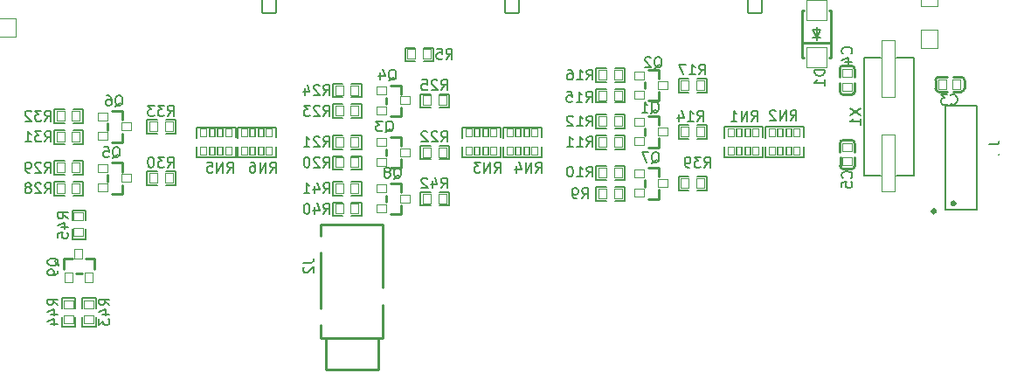
<source format=gbr>
%TF.GenerationSoftware,KiCad,Pcbnew,8.0.7-8.0.7-0~ubuntu24.04.1*%
%TF.CreationDate,2025-01-05T15:57:20-05:00*%
%TF.ProjectId,3xHDMI,33784844-4d49-42e6-9b69-6361645f7063,v1*%
%TF.SameCoordinates,Original*%
%TF.FileFunction,Legend,Bot*%
%TF.FilePolarity,Positive*%
%FSLAX46Y46*%
G04 Gerber Fmt 4.6, Leading zero omitted, Abs format (unit mm)*
G04 Created by KiCad (PCBNEW 8.0.7-8.0.7-0~ubuntu24.04.1) date 2025-01-05 15:57:20*
%MOMM*%
%LPD*%
G01*
G04 APERTURE LIST*
G04 Aperture macros list*
%AMRoundRect*
0 Rectangle with rounded corners*
0 $1 Rounding radius*
0 $2 $3 $4 $5 $6 $7 $8 $9 X,Y pos of 4 corners*
0 Add a 4 corners polygon primitive as box body*
4,1,4,$2,$3,$4,$5,$6,$7,$8,$9,$2,$3,0*
0 Add four circle primitives for the rounded corners*
1,1,$1+$1,$2,$3*
1,1,$1+$1,$4,$5*
1,1,$1+$1,$6,$7*
1,1,$1+$1,$8,$9*
0 Add four rect primitives between the rounded corners*
20,1,$1+$1,$2,$3,$4,$5,0*
20,1,$1+$1,$4,$5,$6,$7,0*
20,1,$1+$1,$6,$7,$8,$9,0*
20,1,$1+$1,$8,$9,$2,$3,0*%
G04 Aperture macros list end*
%ADD10C,0.150000*%
%ADD11C,0.152000*%
%ADD12C,0.300000*%
%ADD13C,0.254000*%
%ADD14C,0.200000*%
%ADD15C,0.127000*%
%ADD16O,1.600000X2.800000*%
%ADD17O,1.600000X3.400000*%
%ADD18RoundRect,0.050000X-0.787500X-0.900000X0.787500X-0.900000X0.787500X0.900000X-0.787500X0.900000X0*%
%ADD19C,1.900000*%
%ADD20RoundRect,0.050000X-0.675000X0.675000X-0.675000X-0.675000X0.675000X-0.675000X0.675000X0.675000X0*%
%ADD21O,1.450000X1.450000*%
%ADD22RoundRect,0.050000X-0.900000X0.900000X-0.900000X-0.900000X0.900000X-0.900000X0.900000X0.900000X0*%
%ADD23C,0.800000*%
%ADD24O,2.100000X1.300000*%
%ADD25O,1.900000X1.300000*%
%ADD26RoundRect,0.050000X-0.403000X-0.432000X0.403000X-0.432000X0.403000X0.432000X-0.403000X0.432000X0*%
%ADD27O,2.071000X0.702000*%
%ADD28RoundRect,0.050000X-0.500000X-0.400000X0.500000X-0.400000X0.500000X0.400000X-0.500000X0.400000X0*%
%ADD29RoundRect,0.050000X0.325000X0.400000X-0.325000X0.400000X-0.325000X-0.400000X0.325000X-0.400000X0*%
%ADD30RoundRect,0.050000X0.250000X0.400000X-0.250000X0.400000X-0.250000X-0.400000X0.250000X-0.400000X0*%
%ADD31RoundRect,0.050000X0.403000X0.432000X-0.403000X0.432000X-0.403000X-0.432000X0.403000X-0.432000X0*%
%ADD32C,1.300000*%
%ADD33O,1.300000X1.900000*%
%ADD34RoundRect,0.050000X0.400000X0.450000X-0.400000X0.450000X-0.400000X-0.450000X0.400000X-0.450000X0*%
%ADD35RoundRect,0.050000X-0.325000X-0.400000X0.325000X-0.400000X0.325000X0.400000X-0.325000X0.400000X0*%
%ADD36RoundRect,0.050000X-0.250000X-0.400000X0.250000X-0.400000X0.250000X0.400000X-0.250000X0.400000X0*%
%ADD37RoundRect,0.050000X0.400000X-0.500000X0.400000X0.500000X-0.400000X0.500000X-0.400000X-0.500000X0*%
%ADD38RoundRect,0.050000X-0.450000X0.400000X-0.450000X-0.400000X0.450000X-0.400000X0.450000X0.400000X0*%
%ADD39RoundRect,0.050000X-0.432000X0.403000X-0.432000X-0.403000X0.432000X-0.403000X0.432000X0.403000X0*%
%ADD40RoundRect,0.050000X-1.000000X1.000000X-1.000000X-1.000000X1.000000X-1.000000X1.000000X1.000000X0*%
%ADD41RoundRect,0.050000X0.450000X-0.400000X0.450000X0.400000X-0.450000X0.400000X-0.450000X-0.400000X0*%
%ADD42RoundRect,0.050000X0.432000X-0.403000X0.432000X0.403000X-0.432000X0.403000X-0.432000X-0.403000X0*%
%ADD43RoundRect,0.050000X-0.650000X2.750000X-0.650000X-2.750000X0.650000X-2.750000X0.650000X2.750000X0*%
G04 APERTURE END LIST*
D10*
X32693922Y-16454819D02*
X33027255Y-15978628D01*
X33265350Y-16454819D02*
X33265350Y-15454819D01*
X33265350Y-15454819D02*
X32884398Y-15454819D01*
X32884398Y-15454819D02*
X32789160Y-15502438D01*
X32789160Y-15502438D02*
X32741541Y-15550057D01*
X32741541Y-15550057D02*
X32693922Y-15645295D01*
X32693922Y-15645295D02*
X32693922Y-15788152D01*
X32693922Y-15788152D02*
X32741541Y-15883390D01*
X32741541Y-15883390D02*
X32789160Y-15931009D01*
X32789160Y-15931009D02*
X32884398Y-15978628D01*
X32884398Y-15978628D02*
X33265350Y-15978628D01*
X32312969Y-15550057D02*
X32265350Y-15502438D01*
X32265350Y-15502438D02*
X32170112Y-15454819D01*
X32170112Y-15454819D02*
X31932017Y-15454819D01*
X31932017Y-15454819D02*
X31836779Y-15502438D01*
X31836779Y-15502438D02*
X31789160Y-15550057D01*
X31789160Y-15550057D02*
X31741541Y-15645295D01*
X31741541Y-15645295D02*
X31741541Y-15740533D01*
X31741541Y-15740533D02*
X31789160Y-15883390D01*
X31789160Y-15883390D02*
X32360588Y-16454819D01*
X32360588Y-16454819D02*
X31741541Y-16454819D01*
X30789160Y-16454819D02*
X31360588Y-16454819D01*
X31074874Y-16454819D02*
X31074874Y-15454819D01*
X31074874Y-15454819D02*
X31170112Y-15597676D01*
X31170112Y-15597676D02*
X31265350Y-15692914D01*
X31265350Y-15692914D02*
X31360588Y-15740533D01*
X97161819Y-15639411D02*
X97971342Y-15639411D01*
X97971342Y-15639411D02*
X98066580Y-15687030D01*
X98066580Y-15687030D02*
X98114200Y-15734649D01*
X98114200Y-15734649D02*
X98161819Y-15829887D01*
X98161819Y-15829887D02*
X98161819Y-16020363D01*
X98161819Y-16020363D02*
X98114200Y-16115601D01*
X98114200Y-16115601D02*
X98066580Y-16163220D01*
X98066580Y-16163220D02*
X97971342Y-16210839D01*
X97971342Y-16210839D02*
X97161819Y-16210839D01*
X98161819Y-17210839D02*
X98161819Y-16639411D01*
X98161819Y-16925125D02*
X97161819Y-16925125D01*
X97161819Y-16925125D02*
X97304676Y-16829887D01*
X97304676Y-16829887D02*
X97399914Y-16734649D01*
X97399914Y-16734649D02*
X97447533Y-16639411D01*
X64446554Y-13200057D02*
X64541792Y-13152438D01*
X64541792Y-13152438D02*
X64637030Y-13057200D01*
X64637030Y-13057200D02*
X64779887Y-12914342D01*
X64779887Y-12914342D02*
X64875125Y-12866723D01*
X64875125Y-12866723D02*
X64970363Y-12866723D01*
X64922744Y-13104819D02*
X65017982Y-13057200D01*
X65017982Y-13057200D02*
X65113220Y-12961961D01*
X65113220Y-12961961D02*
X65160839Y-12771485D01*
X65160839Y-12771485D02*
X65160839Y-12438152D01*
X65160839Y-12438152D02*
X65113220Y-12247676D01*
X65113220Y-12247676D02*
X65017982Y-12152438D01*
X65017982Y-12152438D02*
X64922744Y-12104819D01*
X64922744Y-12104819D02*
X64732268Y-12104819D01*
X64732268Y-12104819D02*
X64637030Y-12152438D01*
X64637030Y-12152438D02*
X64541792Y-12247676D01*
X64541792Y-12247676D02*
X64494173Y-12438152D01*
X64494173Y-12438152D02*
X64494173Y-12771485D01*
X64494173Y-12771485D02*
X64541792Y-12961961D01*
X64541792Y-12961961D02*
X64637030Y-13057200D01*
X64637030Y-13057200D02*
X64732268Y-13104819D01*
X64732268Y-13104819D02*
X64922744Y-13104819D01*
X63541792Y-13104819D02*
X64113220Y-13104819D01*
X63827506Y-13104819D02*
X63827506Y-12104819D01*
X63827506Y-12104819D02*
X63922744Y-12247676D01*
X63922744Y-12247676D02*
X64017982Y-12342914D01*
X64017982Y-12342914D02*
X64113220Y-12390533D01*
X39496554Y-19550057D02*
X39591792Y-19502438D01*
X39591792Y-19502438D02*
X39687030Y-19407200D01*
X39687030Y-19407200D02*
X39829887Y-19264342D01*
X39829887Y-19264342D02*
X39925125Y-19216723D01*
X39925125Y-19216723D02*
X40020363Y-19216723D01*
X39972744Y-19454819D02*
X40067982Y-19407200D01*
X40067982Y-19407200D02*
X40163220Y-19311961D01*
X40163220Y-19311961D02*
X40210839Y-19121485D01*
X40210839Y-19121485D02*
X40210839Y-18788152D01*
X40210839Y-18788152D02*
X40163220Y-18597676D01*
X40163220Y-18597676D02*
X40067982Y-18502438D01*
X40067982Y-18502438D02*
X39972744Y-18454819D01*
X39972744Y-18454819D02*
X39782268Y-18454819D01*
X39782268Y-18454819D02*
X39687030Y-18502438D01*
X39687030Y-18502438D02*
X39591792Y-18597676D01*
X39591792Y-18597676D02*
X39544173Y-18788152D01*
X39544173Y-18788152D02*
X39544173Y-19121485D01*
X39544173Y-19121485D02*
X39591792Y-19311961D01*
X39591792Y-19311961D02*
X39687030Y-19407200D01*
X39687030Y-19407200D02*
X39782268Y-19454819D01*
X39782268Y-19454819D02*
X39972744Y-19454819D01*
X38972744Y-18883390D02*
X39067982Y-18835771D01*
X39067982Y-18835771D02*
X39115601Y-18788152D01*
X39115601Y-18788152D02*
X39163220Y-18692914D01*
X39163220Y-18692914D02*
X39163220Y-18645295D01*
X39163220Y-18645295D02*
X39115601Y-18550057D01*
X39115601Y-18550057D02*
X39067982Y-18502438D01*
X39067982Y-18502438D02*
X38972744Y-18454819D01*
X38972744Y-18454819D02*
X38782268Y-18454819D01*
X38782268Y-18454819D02*
X38687030Y-18502438D01*
X38687030Y-18502438D02*
X38639411Y-18550057D01*
X38639411Y-18550057D02*
X38591792Y-18645295D01*
X38591792Y-18645295D02*
X38591792Y-18692914D01*
X38591792Y-18692914D02*
X38639411Y-18788152D01*
X38639411Y-18788152D02*
X38687030Y-18835771D01*
X38687030Y-18835771D02*
X38782268Y-18883390D01*
X38782268Y-18883390D02*
X38972744Y-18883390D01*
X38972744Y-18883390D02*
X39067982Y-18931009D01*
X39067982Y-18931009D02*
X39115601Y-18978628D01*
X39115601Y-18978628D02*
X39163220Y-19073866D01*
X39163220Y-19073866D02*
X39163220Y-19264342D01*
X39163220Y-19264342D02*
X39115601Y-19359580D01*
X39115601Y-19359580D02*
X39067982Y-19407200D01*
X39067982Y-19407200D02*
X38972744Y-19454819D01*
X38972744Y-19454819D02*
X38782268Y-19454819D01*
X38782268Y-19454819D02*
X38687030Y-19407200D01*
X38687030Y-19407200D02*
X38639411Y-19359580D01*
X38639411Y-19359580D02*
X38591792Y-19264342D01*
X38591792Y-19264342D02*
X38591792Y-19073866D01*
X38591792Y-19073866D02*
X38639411Y-18978628D01*
X38639411Y-18978628D02*
X38687030Y-18931009D01*
X38687030Y-18931009D02*
X38782268Y-18883390D01*
X77941792Y-13904819D02*
X78275125Y-13428628D01*
X78513220Y-13904819D02*
X78513220Y-12904819D01*
X78513220Y-12904819D02*
X78132268Y-12904819D01*
X78132268Y-12904819D02*
X78037030Y-12952438D01*
X78037030Y-12952438D02*
X77989411Y-13000057D01*
X77989411Y-13000057D02*
X77941792Y-13095295D01*
X77941792Y-13095295D02*
X77941792Y-13238152D01*
X77941792Y-13238152D02*
X77989411Y-13333390D01*
X77989411Y-13333390D02*
X78037030Y-13381009D01*
X78037030Y-13381009D02*
X78132268Y-13428628D01*
X78132268Y-13428628D02*
X78513220Y-13428628D01*
X77513220Y-13904819D02*
X77513220Y-12904819D01*
X77513220Y-12904819D02*
X76941792Y-13904819D01*
X76941792Y-13904819D02*
X76941792Y-12904819D01*
X76513220Y-13000057D02*
X76465601Y-12952438D01*
X76465601Y-12952438D02*
X76370363Y-12904819D01*
X76370363Y-12904819D02*
X76132268Y-12904819D01*
X76132268Y-12904819D02*
X76037030Y-12952438D01*
X76037030Y-12952438D02*
X75989411Y-13000057D01*
X75989411Y-13000057D02*
X75941792Y-13095295D01*
X75941792Y-13095295D02*
X75941792Y-13190533D01*
X75941792Y-13190533D02*
X75989411Y-13333390D01*
X75989411Y-13333390D02*
X76560839Y-13904819D01*
X76560839Y-13904819D02*
X75941792Y-13904819D01*
X32693922Y-13454819D02*
X33027255Y-12978628D01*
X33265350Y-13454819D02*
X33265350Y-12454819D01*
X33265350Y-12454819D02*
X32884398Y-12454819D01*
X32884398Y-12454819D02*
X32789160Y-12502438D01*
X32789160Y-12502438D02*
X32741541Y-12550057D01*
X32741541Y-12550057D02*
X32693922Y-12645295D01*
X32693922Y-12645295D02*
X32693922Y-12788152D01*
X32693922Y-12788152D02*
X32741541Y-12883390D01*
X32741541Y-12883390D02*
X32789160Y-12931009D01*
X32789160Y-12931009D02*
X32884398Y-12978628D01*
X32884398Y-12978628D02*
X33265350Y-12978628D01*
X32312969Y-12550057D02*
X32265350Y-12502438D01*
X32265350Y-12502438D02*
X32170112Y-12454819D01*
X32170112Y-12454819D02*
X31932017Y-12454819D01*
X31932017Y-12454819D02*
X31836779Y-12502438D01*
X31836779Y-12502438D02*
X31789160Y-12550057D01*
X31789160Y-12550057D02*
X31741541Y-12645295D01*
X31741541Y-12645295D02*
X31741541Y-12740533D01*
X31741541Y-12740533D02*
X31789160Y-12883390D01*
X31789160Y-12883390D02*
X32360588Y-13454819D01*
X32360588Y-13454819D02*
X31741541Y-13454819D01*
X31408207Y-12454819D02*
X30789160Y-12454819D01*
X30789160Y-12454819D02*
X31122493Y-12835771D01*
X31122493Y-12835771D02*
X30979636Y-12835771D01*
X30979636Y-12835771D02*
X30884398Y-12883390D01*
X30884398Y-12883390D02*
X30836779Y-12931009D01*
X30836779Y-12931009D02*
X30789160Y-13026247D01*
X30789160Y-13026247D02*
X30789160Y-13264342D01*
X30789160Y-13264342D02*
X30836779Y-13359580D01*
X30836779Y-13359580D02*
X30884398Y-13407200D01*
X30884398Y-13407200D02*
X30979636Y-13454819D01*
X30979636Y-13454819D02*
X31265350Y-13454819D01*
X31265350Y-13454819D02*
X31360588Y-13407200D01*
X31360588Y-13407200D02*
X31408207Y-13359580D01*
X5693922Y-13954819D02*
X6027255Y-13478628D01*
X6265350Y-13954819D02*
X6265350Y-12954819D01*
X6265350Y-12954819D02*
X5884398Y-12954819D01*
X5884398Y-12954819D02*
X5789160Y-13002438D01*
X5789160Y-13002438D02*
X5741541Y-13050057D01*
X5741541Y-13050057D02*
X5693922Y-13145295D01*
X5693922Y-13145295D02*
X5693922Y-13288152D01*
X5693922Y-13288152D02*
X5741541Y-13383390D01*
X5741541Y-13383390D02*
X5789160Y-13431009D01*
X5789160Y-13431009D02*
X5884398Y-13478628D01*
X5884398Y-13478628D02*
X6265350Y-13478628D01*
X5360588Y-12954819D02*
X4741541Y-12954819D01*
X4741541Y-12954819D02*
X5074874Y-13335771D01*
X5074874Y-13335771D02*
X4932017Y-13335771D01*
X4932017Y-13335771D02*
X4836779Y-13383390D01*
X4836779Y-13383390D02*
X4789160Y-13431009D01*
X4789160Y-13431009D02*
X4741541Y-13526247D01*
X4741541Y-13526247D02*
X4741541Y-13764342D01*
X4741541Y-13764342D02*
X4789160Y-13859580D01*
X4789160Y-13859580D02*
X4836779Y-13907200D01*
X4836779Y-13907200D02*
X4932017Y-13954819D01*
X4932017Y-13954819D02*
X5217731Y-13954819D01*
X5217731Y-13954819D02*
X5312969Y-13907200D01*
X5312969Y-13907200D02*
X5360588Y-13859580D01*
X4360588Y-13050057D02*
X4312969Y-13002438D01*
X4312969Y-13002438D02*
X4217731Y-12954819D01*
X4217731Y-12954819D02*
X3979636Y-12954819D01*
X3979636Y-12954819D02*
X3884398Y-13002438D01*
X3884398Y-13002438D02*
X3836779Y-13050057D01*
X3836779Y-13050057D02*
X3789160Y-13145295D01*
X3789160Y-13145295D02*
X3789160Y-13240533D01*
X3789160Y-13240533D02*
X3836779Y-13383390D01*
X3836779Y-13383390D02*
X4408207Y-13954819D01*
X4408207Y-13954819D02*
X3789160Y-13954819D01*
X58193922Y-14454819D02*
X58527255Y-13978628D01*
X58765350Y-14454819D02*
X58765350Y-13454819D01*
X58765350Y-13454819D02*
X58384398Y-13454819D01*
X58384398Y-13454819D02*
X58289160Y-13502438D01*
X58289160Y-13502438D02*
X58241541Y-13550057D01*
X58241541Y-13550057D02*
X58193922Y-13645295D01*
X58193922Y-13645295D02*
X58193922Y-13788152D01*
X58193922Y-13788152D02*
X58241541Y-13883390D01*
X58241541Y-13883390D02*
X58289160Y-13931009D01*
X58289160Y-13931009D02*
X58384398Y-13978628D01*
X58384398Y-13978628D02*
X58765350Y-13978628D01*
X57241541Y-14454819D02*
X57812969Y-14454819D01*
X57527255Y-14454819D02*
X57527255Y-13454819D01*
X57527255Y-13454819D02*
X57622493Y-13597676D01*
X57622493Y-13597676D02*
X57717731Y-13692914D01*
X57717731Y-13692914D02*
X57812969Y-13740533D01*
X56860588Y-13550057D02*
X56812969Y-13502438D01*
X56812969Y-13502438D02*
X56717731Y-13454819D01*
X56717731Y-13454819D02*
X56479636Y-13454819D01*
X56479636Y-13454819D02*
X56384398Y-13502438D01*
X56384398Y-13502438D02*
X56336779Y-13550057D01*
X56336779Y-13550057D02*
X56289160Y-13645295D01*
X56289160Y-13645295D02*
X56289160Y-13740533D01*
X56289160Y-13740533D02*
X56336779Y-13883390D01*
X56336779Y-13883390D02*
X56908207Y-14454819D01*
X56908207Y-14454819D02*
X56289160Y-14454819D01*
X44591792Y-7954819D02*
X44925125Y-7478628D01*
X45163220Y-7954819D02*
X45163220Y-6954819D01*
X45163220Y-6954819D02*
X44782268Y-6954819D01*
X44782268Y-6954819D02*
X44687030Y-7002438D01*
X44687030Y-7002438D02*
X44639411Y-7050057D01*
X44639411Y-7050057D02*
X44591792Y-7145295D01*
X44591792Y-7145295D02*
X44591792Y-7288152D01*
X44591792Y-7288152D02*
X44639411Y-7383390D01*
X44639411Y-7383390D02*
X44687030Y-7431009D01*
X44687030Y-7431009D02*
X44782268Y-7478628D01*
X44782268Y-7478628D02*
X45163220Y-7478628D01*
X43687030Y-6954819D02*
X44163220Y-6954819D01*
X44163220Y-6954819D02*
X44210839Y-7431009D01*
X44210839Y-7431009D02*
X44163220Y-7383390D01*
X44163220Y-7383390D02*
X44067982Y-7335771D01*
X44067982Y-7335771D02*
X43829887Y-7335771D01*
X43829887Y-7335771D02*
X43734649Y-7383390D01*
X43734649Y-7383390D02*
X43687030Y-7431009D01*
X43687030Y-7431009D02*
X43639411Y-7526247D01*
X43639411Y-7526247D02*
X43639411Y-7764342D01*
X43639411Y-7764342D02*
X43687030Y-7859580D01*
X43687030Y-7859580D02*
X43734649Y-7907200D01*
X43734649Y-7907200D02*
X43829887Y-7954819D01*
X43829887Y-7954819D02*
X44067982Y-7954819D01*
X44067982Y-7954819D02*
X44163220Y-7907200D01*
X44163220Y-7907200D02*
X44210839Y-7859580D01*
X5693922Y-15954819D02*
X6027255Y-15478628D01*
X6265350Y-15954819D02*
X6265350Y-14954819D01*
X6265350Y-14954819D02*
X5884398Y-14954819D01*
X5884398Y-14954819D02*
X5789160Y-15002438D01*
X5789160Y-15002438D02*
X5741541Y-15050057D01*
X5741541Y-15050057D02*
X5693922Y-15145295D01*
X5693922Y-15145295D02*
X5693922Y-15288152D01*
X5693922Y-15288152D02*
X5741541Y-15383390D01*
X5741541Y-15383390D02*
X5789160Y-15431009D01*
X5789160Y-15431009D02*
X5884398Y-15478628D01*
X5884398Y-15478628D02*
X6265350Y-15478628D01*
X5360588Y-14954819D02*
X4741541Y-14954819D01*
X4741541Y-14954819D02*
X5074874Y-15335771D01*
X5074874Y-15335771D02*
X4932017Y-15335771D01*
X4932017Y-15335771D02*
X4836779Y-15383390D01*
X4836779Y-15383390D02*
X4789160Y-15431009D01*
X4789160Y-15431009D02*
X4741541Y-15526247D01*
X4741541Y-15526247D02*
X4741541Y-15764342D01*
X4741541Y-15764342D02*
X4789160Y-15859580D01*
X4789160Y-15859580D02*
X4836779Y-15907200D01*
X4836779Y-15907200D02*
X4932017Y-15954819D01*
X4932017Y-15954819D02*
X5217731Y-15954819D01*
X5217731Y-15954819D02*
X5312969Y-15907200D01*
X5312969Y-15907200D02*
X5360588Y-15859580D01*
X3789160Y-15954819D02*
X4360588Y-15954819D01*
X4074874Y-15954819D02*
X4074874Y-14954819D01*
X4074874Y-14954819D02*
X4170112Y-15097676D01*
X4170112Y-15097676D02*
X4265350Y-15192914D01*
X4265350Y-15192914D02*
X4360588Y-15240533D01*
X30756819Y-27672493D02*
X31471104Y-27672493D01*
X31471104Y-27672493D02*
X31613961Y-27624874D01*
X31613961Y-27624874D02*
X31709200Y-27529636D01*
X31709200Y-27529636D02*
X31756819Y-27386779D01*
X31756819Y-27386779D02*
X31756819Y-27291541D01*
X30852057Y-28101065D02*
X30804438Y-28148684D01*
X30804438Y-28148684D02*
X30756819Y-28243922D01*
X30756819Y-28243922D02*
X30756819Y-28482017D01*
X30756819Y-28482017D02*
X30804438Y-28577255D01*
X30804438Y-28577255D02*
X30852057Y-28624874D01*
X30852057Y-28624874D02*
X30947295Y-28672493D01*
X30947295Y-28672493D02*
X31042533Y-28672493D01*
X31042533Y-28672493D02*
X31185390Y-28624874D01*
X31185390Y-28624874D02*
X31756819Y-28053446D01*
X31756819Y-28053446D02*
X31756819Y-28672493D01*
X58193922Y-9954819D02*
X58527255Y-9478628D01*
X58765350Y-9954819D02*
X58765350Y-8954819D01*
X58765350Y-8954819D02*
X58384398Y-8954819D01*
X58384398Y-8954819D02*
X58289160Y-9002438D01*
X58289160Y-9002438D02*
X58241541Y-9050057D01*
X58241541Y-9050057D02*
X58193922Y-9145295D01*
X58193922Y-9145295D02*
X58193922Y-9288152D01*
X58193922Y-9288152D02*
X58241541Y-9383390D01*
X58241541Y-9383390D02*
X58289160Y-9431009D01*
X58289160Y-9431009D02*
X58384398Y-9478628D01*
X58384398Y-9478628D02*
X58765350Y-9478628D01*
X57241541Y-9954819D02*
X57812969Y-9954819D01*
X57527255Y-9954819D02*
X57527255Y-8954819D01*
X57527255Y-8954819D02*
X57622493Y-9097676D01*
X57622493Y-9097676D02*
X57717731Y-9192914D01*
X57717731Y-9192914D02*
X57812969Y-9240533D01*
X56384398Y-8954819D02*
X56574874Y-8954819D01*
X56574874Y-8954819D02*
X56670112Y-9002438D01*
X56670112Y-9002438D02*
X56717731Y-9050057D01*
X56717731Y-9050057D02*
X56812969Y-9192914D01*
X56812969Y-9192914D02*
X56860588Y-9383390D01*
X56860588Y-9383390D02*
X56860588Y-9764342D01*
X56860588Y-9764342D02*
X56812969Y-9859580D01*
X56812969Y-9859580D02*
X56765350Y-9907200D01*
X56765350Y-9907200D02*
X56670112Y-9954819D01*
X56670112Y-9954819D02*
X56479636Y-9954819D01*
X56479636Y-9954819D02*
X56384398Y-9907200D01*
X56384398Y-9907200D02*
X56336779Y-9859580D01*
X56336779Y-9859580D02*
X56289160Y-9764342D01*
X56289160Y-9764342D02*
X56289160Y-9526247D01*
X56289160Y-9526247D02*
X56336779Y-9431009D01*
X56336779Y-9431009D02*
X56384398Y-9383390D01*
X56384398Y-9383390D02*
X56479636Y-9335771D01*
X56479636Y-9335771D02*
X56670112Y-9335771D01*
X56670112Y-9335771D02*
X56765350Y-9383390D01*
X56765350Y-9383390D02*
X56812969Y-9431009D01*
X56812969Y-9431009D02*
X56860588Y-9526247D01*
X93491792Y-12259580D02*
X93539411Y-12307200D01*
X93539411Y-12307200D02*
X93682268Y-12354819D01*
X93682268Y-12354819D02*
X93777506Y-12354819D01*
X93777506Y-12354819D02*
X93920363Y-12307200D01*
X93920363Y-12307200D02*
X94015601Y-12211961D01*
X94015601Y-12211961D02*
X94063220Y-12116723D01*
X94063220Y-12116723D02*
X94110839Y-11926247D01*
X94110839Y-11926247D02*
X94110839Y-11783390D01*
X94110839Y-11783390D02*
X94063220Y-11592914D01*
X94063220Y-11592914D02*
X94015601Y-11497676D01*
X94015601Y-11497676D02*
X93920363Y-11402438D01*
X93920363Y-11402438D02*
X93777506Y-11354819D01*
X93777506Y-11354819D02*
X93682268Y-11354819D01*
X93682268Y-11354819D02*
X93539411Y-11402438D01*
X93539411Y-11402438D02*
X93491792Y-11450057D01*
X93158458Y-11354819D02*
X92539411Y-11354819D01*
X92539411Y-11354819D02*
X92872744Y-11735771D01*
X92872744Y-11735771D02*
X92729887Y-11735771D01*
X92729887Y-11735771D02*
X92634649Y-11783390D01*
X92634649Y-11783390D02*
X92587030Y-11831009D01*
X92587030Y-11831009D02*
X92539411Y-11926247D01*
X92539411Y-11926247D02*
X92539411Y-12164342D01*
X92539411Y-12164342D02*
X92587030Y-12259580D01*
X92587030Y-12259580D02*
X92634649Y-12307200D01*
X92634649Y-12307200D02*
X92729887Y-12354819D01*
X92729887Y-12354819D02*
X93015601Y-12354819D01*
X93015601Y-12354819D02*
X93110839Y-12307200D01*
X93110839Y-12307200D02*
X93158458Y-12259580D01*
X32693922Y-11454819D02*
X33027255Y-10978628D01*
X33265350Y-11454819D02*
X33265350Y-10454819D01*
X33265350Y-10454819D02*
X32884398Y-10454819D01*
X32884398Y-10454819D02*
X32789160Y-10502438D01*
X32789160Y-10502438D02*
X32741541Y-10550057D01*
X32741541Y-10550057D02*
X32693922Y-10645295D01*
X32693922Y-10645295D02*
X32693922Y-10788152D01*
X32693922Y-10788152D02*
X32741541Y-10883390D01*
X32741541Y-10883390D02*
X32789160Y-10931009D01*
X32789160Y-10931009D02*
X32884398Y-10978628D01*
X32884398Y-10978628D02*
X33265350Y-10978628D01*
X32312969Y-10550057D02*
X32265350Y-10502438D01*
X32265350Y-10502438D02*
X32170112Y-10454819D01*
X32170112Y-10454819D02*
X31932017Y-10454819D01*
X31932017Y-10454819D02*
X31836779Y-10502438D01*
X31836779Y-10502438D02*
X31789160Y-10550057D01*
X31789160Y-10550057D02*
X31741541Y-10645295D01*
X31741541Y-10645295D02*
X31741541Y-10740533D01*
X31741541Y-10740533D02*
X31789160Y-10883390D01*
X31789160Y-10883390D02*
X32360588Y-11454819D01*
X32360588Y-11454819D02*
X31741541Y-11454819D01*
X30884398Y-10788152D02*
X30884398Y-11454819D01*
X31122493Y-10407200D02*
X31360588Y-11121485D01*
X31360588Y-11121485D02*
X30741541Y-11121485D01*
X53289160Y-18954819D02*
X53622493Y-18478628D01*
X53860588Y-18954819D02*
X53860588Y-17954819D01*
X53860588Y-17954819D02*
X53479636Y-17954819D01*
X53479636Y-17954819D02*
X53384398Y-18002438D01*
X53384398Y-18002438D02*
X53336779Y-18050057D01*
X53336779Y-18050057D02*
X53289160Y-18145295D01*
X53289160Y-18145295D02*
X53289160Y-18288152D01*
X53289160Y-18288152D02*
X53336779Y-18383390D01*
X53336779Y-18383390D02*
X53384398Y-18431009D01*
X53384398Y-18431009D02*
X53479636Y-18478628D01*
X53479636Y-18478628D02*
X53860588Y-18478628D01*
X52860588Y-18954819D02*
X52860588Y-17954819D01*
X52860588Y-17954819D02*
X52289160Y-18954819D01*
X52289160Y-18954819D02*
X52289160Y-17954819D01*
X51384398Y-18288152D02*
X51384398Y-18954819D01*
X51622493Y-17907200D02*
X51860588Y-18621485D01*
X51860588Y-18621485D02*
X51241541Y-18621485D01*
X7050057Y-28003445D02*
X7002438Y-27908207D01*
X7002438Y-27908207D02*
X6907200Y-27812969D01*
X6907200Y-27812969D02*
X6764342Y-27670112D01*
X6764342Y-27670112D02*
X6716723Y-27574874D01*
X6716723Y-27574874D02*
X6716723Y-27479636D01*
X6954819Y-27527255D02*
X6907200Y-27432017D01*
X6907200Y-27432017D02*
X6811961Y-27336779D01*
X6811961Y-27336779D02*
X6621485Y-27289160D01*
X6621485Y-27289160D02*
X6288152Y-27289160D01*
X6288152Y-27289160D02*
X6097676Y-27336779D01*
X6097676Y-27336779D02*
X6002438Y-27432017D01*
X6002438Y-27432017D02*
X5954819Y-27527255D01*
X5954819Y-27527255D02*
X5954819Y-27717731D01*
X5954819Y-27717731D02*
X6002438Y-27812969D01*
X6002438Y-27812969D02*
X6097676Y-27908207D01*
X6097676Y-27908207D02*
X6288152Y-27955826D01*
X6288152Y-27955826D02*
X6621485Y-27955826D01*
X6621485Y-27955826D02*
X6811961Y-27908207D01*
X6811961Y-27908207D02*
X6907200Y-27812969D01*
X6907200Y-27812969D02*
X6954819Y-27717731D01*
X6954819Y-27717731D02*
X6954819Y-27527255D01*
X6954819Y-28432017D02*
X6954819Y-28622493D01*
X6954819Y-28622493D02*
X6907200Y-28717731D01*
X6907200Y-28717731D02*
X6859580Y-28765350D01*
X6859580Y-28765350D02*
X6716723Y-28860588D01*
X6716723Y-28860588D02*
X6526247Y-28908207D01*
X6526247Y-28908207D02*
X6145295Y-28908207D01*
X6145295Y-28908207D02*
X6050057Y-28860588D01*
X6050057Y-28860588D02*
X6002438Y-28812969D01*
X6002438Y-28812969D02*
X5954819Y-28717731D01*
X5954819Y-28717731D02*
X5954819Y-28527255D01*
X5954819Y-28527255D02*
X6002438Y-28432017D01*
X6002438Y-28432017D02*
X6050057Y-28384398D01*
X6050057Y-28384398D02*
X6145295Y-28336779D01*
X6145295Y-28336779D02*
X6383390Y-28336779D01*
X6383390Y-28336779D02*
X6478628Y-28384398D01*
X6478628Y-28384398D02*
X6526247Y-28432017D01*
X6526247Y-28432017D02*
X6573866Y-28527255D01*
X6573866Y-28527255D02*
X6573866Y-28717731D01*
X6573866Y-28717731D02*
X6526247Y-28812969D01*
X6526247Y-28812969D02*
X6478628Y-28860588D01*
X6478628Y-28860588D02*
X6383390Y-28908207D01*
X83822080Y-7408207D02*
X83869700Y-7360588D01*
X83869700Y-7360588D02*
X83917319Y-7217731D01*
X83917319Y-7217731D02*
X83917319Y-7122493D01*
X83917319Y-7122493D02*
X83869700Y-6979636D01*
X83869700Y-6979636D02*
X83774461Y-6884398D01*
X83774461Y-6884398D02*
X83679223Y-6836779D01*
X83679223Y-6836779D02*
X83488747Y-6789160D01*
X83488747Y-6789160D02*
X83345890Y-6789160D01*
X83345890Y-6789160D02*
X83155414Y-6836779D01*
X83155414Y-6836779D02*
X83060176Y-6884398D01*
X83060176Y-6884398D02*
X82964938Y-6979636D01*
X82964938Y-6979636D02*
X82917319Y-7122493D01*
X82917319Y-7122493D02*
X82917319Y-7217731D01*
X82917319Y-7217731D02*
X82964938Y-7360588D01*
X82964938Y-7360588D02*
X83012557Y-7408207D01*
X83250652Y-8265350D02*
X83917319Y-8265350D01*
X82869700Y-8027255D02*
X83583985Y-7789160D01*
X83583985Y-7789160D02*
X83583985Y-8408207D01*
X7954819Y-23408207D02*
X7478628Y-23074874D01*
X7954819Y-22836779D02*
X6954819Y-22836779D01*
X6954819Y-22836779D02*
X6954819Y-23217731D01*
X6954819Y-23217731D02*
X7002438Y-23312969D01*
X7002438Y-23312969D02*
X7050057Y-23360588D01*
X7050057Y-23360588D02*
X7145295Y-23408207D01*
X7145295Y-23408207D02*
X7288152Y-23408207D01*
X7288152Y-23408207D02*
X7383390Y-23360588D01*
X7383390Y-23360588D02*
X7431009Y-23312969D01*
X7431009Y-23312969D02*
X7478628Y-23217731D01*
X7478628Y-23217731D02*
X7478628Y-22836779D01*
X7288152Y-24265350D02*
X7954819Y-24265350D01*
X6907200Y-24027255D02*
X7621485Y-23789160D01*
X7621485Y-23789160D02*
X7621485Y-24408207D01*
X6954819Y-25265350D02*
X6954819Y-24789160D01*
X6954819Y-24789160D02*
X7431009Y-24741541D01*
X7431009Y-24741541D02*
X7383390Y-24789160D01*
X7383390Y-24789160D02*
X7335771Y-24884398D01*
X7335771Y-24884398D02*
X7335771Y-25122493D01*
X7335771Y-25122493D02*
X7383390Y-25217731D01*
X7383390Y-25217731D02*
X7431009Y-25265350D01*
X7431009Y-25265350D02*
X7526247Y-25312969D01*
X7526247Y-25312969D02*
X7764342Y-25312969D01*
X7764342Y-25312969D02*
X7859580Y-25265350D01*
X7859580Y-25265350D02*
X7907200Y-25217731D01*
X7907200Y-25217731D02*
X7954819Y-25122493D01*
X7954819Y-25122493D02*
X7954819Y-24884398D01*
X7954819Y-24884398D02*
X7907200Y-24789160D01*
X7907200Y-24789160D02*
X7859580Y-24741541D01*
X81254819Y-8987030D02*
X80254819Y-8987030D01*
X80254819Y-8987030D02*
X80254819Y-9225125D01*
X80254819Y-9225125D02*
X80302438Y-9367982D01*
X80302438Y-9367982D02*
X80397676Y-9463220D01*
X80397676Y-9463220D02*
X80492914Y-9510839D01*
X80492914Y-9510839D02*
X80683390Y-9558458D01*
X80683390Y-9558458D02*
X80826247Y-9558458D01*
X80826247Y-9558458D02*
X81016723Y-9510839D01*
X81016723Y-9510839D02*
X81111961Y-9463220D01*
X81111961Y-9463220D02*
X81207200Y-9367982D01*
X81207200Y-9367982D02*
X81254819Y-9225125D01*
X81254819Y-9225125D02*
X81254819Y-8987030D01*
X81254819Y-10510839D02*
X81254819Y-9939411D01*
X81254819Y-10225125D02*
X80254819Y-10225125D01*
X80254819Y-10225125D02*
X80397676Y-10129887D01*
X80397676Y-10129887D02*
X80492914Y-10034649D01*
X80492914Y-10034649D02*
X80540533Y-9939411D01*
X44091792Y-10954819D02*
X44425125Y-10478628D01*
X44663220Y-10954819D02*
X44663220Y-9954819D01*
X44663220Y-9954819D02*
X44282268Y-9954819D01*
X44282268Y-9954819D02*
X44187030Y-10002438D01*
X44187030Y-10002438D02*
X44139411Y-10050057D01*
X44139411Y-10050057D02*
X44091792Y-10145295D01*
X44091792Y-10145295D02*
X44091792Y-10288152D01*
X44091792Y-10288152D02*
X44139411Y-10383390D01*
X44139411Y-10383390D02*
X44187030Y-10431009D01*
X44187030Y-10431009D02*
X44282268Y-10478628D01*
X44282268Y-10478628D02*
X44663220Y-10478628D01*
X43710839Y-10050057D02*
X43663220Y-10002438D01*
X43663220Y-10002438D02*
X43567982Y-9954819D01*
X43567982Y-9954819D02*
X43329887Y-9954819D01*
X43329887Y-9954819D02*
X43234649Y-10002438D01*
X43234649Y-10002438D02*
X43187030Y-10050057D01*
X43187030Y-10050057D02*
X43139411Y-10145295D01*
X43139411Y-10145295D02*
X43139411Y-10240533D01*
X43139411Y-10240533D02*
X43187030Y-10383390D01*
X43187030Y-10383390D02*
X43758458Y-10954819D01*
X43758458Y-10954819D02*
X43139411Y-10954819D01*
X42234649Y-9954819D02*
X42710839Y-9954819D01*
X42710839Y-9954819D02*
X42758458Y-10431009D01*
X42758458Y-10431009D02*
X42710839Y-10383390D01*
X42710839Y-10383390D02*
X42615601Y-10335771D01*
X42615601Y-10335771D02*
X42377506Y-10335771D01*
X42377506Y-10335771D02*
X42282268Y-10383390D01*
X42282268Y-10383390D02*
X42234649Y-10431009D01*
X42234649Y-10431009D02*
X42187030Y-10526247D01*
X42187030Y-10526247D02*
X42187030Y-10764342D01*
X42187030Y-10764342D02*
X42234649Y-10859580D01*
X42234649Y-10859580D02*
X42282268Y-10907200D01*
X42282268Y-10907200D02*
X42377506Y-10954819D01*
X42377506Y-10954819D02*
X42615601Y-10954819D01*
X42615601Y-10954819D02*
X42710839Y-10907200D01*
X42710839Y-10907200D02*
X42758458Y-10859580D01*
X64743554Y-8850057D02*
X64838792Y-8802438D01*
X64838792Y-8802438D02*
X64934030Y-8707200D01*
X64934030Y-8707200D02*
X65076887Y-8564342D01*
X65076887Y-8564342D02*
X65172125Y-8516723D01*
X65172125Y-8516723D02*
X65267363Y-8516723D01*
X65219744Y-8754819D02*
X65314982Y-8707200D01*
X65314982Y-8707200D02*
X65410220Y-8611961D01*
X65410220Y-8611961D02*
X65457839Y-8421485D01*
X65457839Y-8421485D02*
X65457839Y-8088152D01*
X65457839Y-8088152D02*
X65410220Y-7897676D01*
X65410220Y-7897676D02*
X65314982Y-7802438D01*
X65314982Y-7802438D02*
X65219744Y-7754819D01*
X65219744Y-7754819D02*
X65029268Y-7754819D01*
X65029268Y-7754819D02*
X64934030Y-7802438D01*
X64934030Y-7802438D02*
X64838792Y-7897676D01*
X64838792Y-7897676D02*
X64791173Y-8088152D01*
X64791173Y-8088152D02*
X64791173Y-8421485D01*
X64791173Y-8421485D02*
X64838792Y-8611961D01*
X64838792Y-8611961D02*
X64934030Y-8707200D01*
X64934030Y-8707200D02*
X65029268Y-8754819D01*
X65029268Y-8754819D02*
X65219744Y-8754819D01*
X64410220Y-7850057D02*
X64362601Y-7802438D01*
X64362601Y-7802438D02*
X64267363Y-7754819D01*
X64267363Y-7754819D02*
X64029268Y-7754819D01*
X64029268Y-7754819D02*
X63934030Y-7802438D01*
X63934030Y-7802438D02*
X63886411Y-7850057D01*
X63886411Y-7850057D02*
X63838792Y-7945295D01*
X63838792Y-7945295D02*
X63838792Y-8040533D01*
X63838792Y-8040533D02*
X63886411Y-8183390D01*
X63886411Y-8183390D02*
X64457839Y-8754819D01*
X64457839Y-8754819D02*
X63838792Y-8754819D01*
X57741541Y-21454819D02*
X58074874Y-20978628D01*
X58312969Y-21454819D02*
X58312969Y-20454819D01*
X58312969Y-20454819D02*
X57932017Y-20454819D01*
X57932017Y-20454819D02*
X57836779Y-20502438D01*
X57836779Y-20502438D02*
X57789160Y-20550057D01*
X57789160Y-20550057D02*
X57741541Y-20645295D01*
X57741541Y-20645295D02*
X57741541Y-20788152D01*
X57741541Y-20788152D02*
X57789160Y-20883390D01*
X57789160Y-20883390D02*
X57836779Y-20931009D01*
X57836779Y-20931009D02*
X57932017Y-20978628D01*
X57932017Y-20978628D02*
X58312969Y-20978628D01*
X57265350Y-21454819D02*
X57074874Y-21454819D01*
X57074874Y-21454819D02*
X56979636Y-21407200D01*
X56979636Y-21407200D02*
X56932017Y-21359580D01*
X56932017Y-21359580D02*
X56836779Y-21216723D01*
X56836779Y-21216723D02*
X56789160Y-21026247D01*
X56789160Y-21026247D02*
X56789160Y-20645295D01*
X56789160Y-20645295D02*
X56836779Y-20550057D01*
X56836779Y-20550057D02*
X56884398Y-20502438D01*
X56884398Y-20502438D02*
X56979636Y-20454819D01*
X56979636Y-20454819D02*
X57170112Y-20454819D01*
X57170112Y-20454819D02*
X57265350Y-20502438D01*
X57265350Y-20502438D02*
X57312969Y-20550057D01*
X57312969Y-20550057D02*
X57360588Y-20645295D01*
X57360588Y-20645295D02*
X57360588Y-20883390D01*
X57360588Y-20883390D02*
X57312969Y-20978628D01*
X57312969Y-20978628D02*
X57265350Y-21026247D01*
X57265350Y-21026247D02*
X57170112Y-21073866D01*
X57170112Y-21073866D02*
X56979636Y-21073866D01*
X56979636Y-21073866D02*
X56884398Y-21026247D01*
X56884398Y-21026247D02*
X56836779Y-20978628D01*
X56836779Y-20978628D02*
X56789160Y-20883390D01*
X32693922Y-18454819D02*
X33027255Y-17978628D01*
X33265350Y-18454819D02*
X33265350Y-17454819D01*
X33265350Y-17454819D02*
X32884398Y-17454819D01*
X32884398Y-17454819D02*
X32789160Y-17502438D01*
X32789160Y-17502438D02*
X32741541Y-17550057D01*
X32741541Y-17550057D02*
X32693922Y-17645295D01*
X32693922Y-17645295D02*
X32693922Y-17788152D01*
X32693922Y-17788152D02*
X32741541Y-17883390D01*
X32741541Y-17883390D02*
X32789160Y-17931009D01*
X32789160Y-17931009D02*
X32884398Y-17978628D01*
X32884398Y-17978628D02*
X33265350Y-17978628D01*
X32312969Y-17550057D02*
X32265350Y-17502438D01*
X32265350Y-17502438D02*
X32170112Y-17454819D01*
X32170112Y-17454819D02*
X31932017Y-17454819D01*
X31932017Y-17454819D02*
X31836779Y-17502438D01*
X31836779Y-17502438D02*
X31789160Y-17550057D01*
X31789160Y-17550057D02*
X31741541Y-17645295D01*
X31741541Y-17645295D02*
X31741541Y-17740533D01*
X31741541Y-17740533D02*
X31789160Y-17883390D01*
X31789160Y-17883390D02*
X32360588Y-18454819D01*
X32360588Y-18454819D02*
X31741541Y-18454819D01*
X31122493Y-17454819D02*
X31027255Y-17454819D01*
X31027255Y-17454819D02*
X30932017Y-17502438D01*
X30932017Y-17502438D02*
X30884398Y-17550057D01*
X30884398Y-17550057D02*
X30836779Y-17645295D01*
X30836779Y-17645295D02*
X30789160Y-17835771D01*
X30789160Y-17835771D02*
X30789160Y-18073866D01*
X30789160Y-18073866D02*
X30836779Y-18264342D01*
X30836779Y-18264342D02*
X30884398Y-18359580D01*
X30884398Y-18359580D02*
X30932017Y-18407200D01*
X30932017Y-18407200D02*
X31027255Y-18454819D01*
X31027255Y-18454819D02*
X31122493Y-18454819D01*
X31122493Y-18454819D02*
X31217731Y-18407200D01*
X31217731Y-18407200D02*
X31265350Y-18359580D01*
X31265350Y-18359580D02*
X31312969Y-18264342D01*
X31312969Y-18264342D02*
X31360588Y-18073866D01*
X31360588Y-18073866D02*
X31360588Y-17835771D01*
X31360588Y-17835771D02*
X31312969Y-17645295D01*
X31312969Y-17645295D02*
X31265350Y-17550057D01*
X31265350Y-17550057D02*
X31217731Y-17502438D01*
X31217731Y-17502438D02*
X31122493Y-17454819D01*
X64496554Y-18050057D02*
X64591792Y-18002438D01*
X64591792Y-18002438D02*
X64687030Y-17907200D01*
X64687030Y-17907200D02*
X64829887Y-17764342D01*
X64829887Y-17764342D02*
X64925125Y-17716723D01*
X64925125Y-17716723D02*
X65020363Y-17716723D01*
X64972744Y-17954819D02*
X65067982Y-17907200D01*
X65067982Y-17907200D02*
X65163220Y-17811961D01*
X65163220Y-17811961D02*
X65210839Y-17621485D01*
X65210839Y-17621485D02*
X65210839Y-17288152D01*
X65210839Y-17288152D02*
X65163220Y-17097676D01*
X65163220Y-17097676D02*
X65067982Y-17002438D01*
X65067982Y-17002438D02*
X64972744Y-16954819D01*
X64972744Y-16954819D02*
X64782268Y-16954819D01*
X64782268Y-16954819D02*
X64687030Y-17002438D01*
X64687030Y-17002438D02*
X64591792Y-17097676D01*
X64591792Y-17097676D02*
X64544173Y-17288152D01*
X64544173Y-17288152D02*
X64544173Y-17621485D01*
X64544173Y-17621485D02*
X64591792Y-17811961D01*
X64591792Y-17811961D02*
X64687030Y-17907200D01*
X64687030Y-17907200D02*
X64782268Y-17954819D01*
X64782268Y-17954819D02*
X64972744Y-17954819D01*
X64210839Y-16954819D02*
X63544173Y-16954819D01*
X63544173Y-16954819D02*
X63972744Y-17954819D01*
X32693922Y-20954819D02*
X33027255Y-20478628D01*
X33265350Y-20954819D02*
X33265350Y-19954819D01*
X33265350Y-19954819D02*
X32884398Y-19954819D01*
X32884398Y-19954819D02*
X32789160Y-20002438D01*
X32789160Y-20002438D02*
X32741541Y-20050057D01*
X32741541Y-20050057D02*
X32693922Y-20145295D01*
X32693922Y-20145295D02*
X32693922Y-20288152D01*
X32693922Y-20288152D02*
X32741541Y-20383390D01*
X32741541Y-20383390D02*
X32789160Y-20431009D01*
X32789160Y-20431009D02*
X32884398Y-20478628D01*
X32884398Y-20478628D02*
X33265350Y-20478628D01*
X31836779Y-20288152D02*
X31836779Y-20954819D01*
X32074874Y-19907200D02*
X32312969Y-20621485D01*
X32312969Y-20621485D02*
X31693922Y-20621485D01*
X30789160Y-20954819D02*
X31360588Y-20954819D01*
X31074874Y-20954819D02*
X31074874Y-19954819D01*
X31074874Y-19954819D02*
X31170112Y-20097676D01*
X31170112Y-20097676D02*
X31265350Y-20192914D01*
X31265350Y-20192914D02*
X31360588Y-20240533D01*
X23389160Y-18954819D02*
X23722493Y-18478628D01*
X23960588Y-18954819D02*
X23960588Y-17954819D01*
X23960588Y-17954819D02*
X23579636Y-17954819D01*
X23579636Y-17954819D02*
X23484398Y-18002438D01*
X23484398Y-18002438D02*
X23436779Y-18050057D01*
X23436779Y-18050057D02*
X23389160Y-18145295D01*
X23389160Y-18145295D02*
X23389160Y-18288152D01*
X23389160Y-18288152D02*
X23436779Y-18383390D01*
X23436779Y-18383390D02*
X23484398Y-18431009D01*
X23484398Y-18431009D02*
X23579636Y-18478628D01*
X23579636Y-18478628D02*
X23960588Y-18478628D01*
X22960588Y-18954819D02*
X22960588Y-17954819D01*
X22960588Y-17954819D02*
X22389160Y-18954819D01*
X22389160Y-18954819D02*
X22389160Y-17954819D01*
X21436779Y-17954819D02*
X21912969Y-17954819D01*
X21912969Y-17954819D02*
X21960588Y-18431009D01*
X21960588Y-18431009D02*
X21912969Y-18383390D01*
X21912969Y-18383390D02*
X21817731Y-18335771D01*
X21817731Y-18335771D02*
X21579636Y-18335771D01*
X21579636Y-18335771D02*
X21484398Y-18383390D01*
X21484398Y-18383390D02*
X21436779Y-18431009D01*
X21436779Y-18431009D02*
X21389160Y-18526247D01*
X21389160Y-18526247D02*
X21389160Y-18764342D01*
X21389160Y-18764342D02*
X21436779Y-18859580D01*
X21436779Y-18859580D02*
X21484398Y-18907200D01*
X21484398Y-18907200D02*
X21579636Y-18954819D01*
X21579636Y-18954819D02*
X21817731Y-18954819D01*
X21817731Y-18954819D02*
X21912969Y-18907200D01*
X21912969Y-18907200D02*
X21960588Y-18859580D01*
X58193922Y-16454819D02*
X58527255Y-15978628D01*
X58765350Y-16454819D02*
X58765350Y-15454819D01*
X58765350Y-15454819D02*
X58384398Y-15454819D01*
X58384398Y-15454819D02*
X58289160Y-15502438D01*
X58289160Y-15502438D02*
X58241541Y-15550057D01*
X58241541Y-15550057D02*
X58193922Y-15645295D01*
X58193922Y-15645295D02*
X58193922Y-15788152D01*
X58193922Y-15788152D02*
X58241541Y-15883390D01*
X58241541Y-15883390D02*
X58289160Y-15931009D01*
X58289160Y-15931009D02*
X58384398Y-15978628D01*
X58384398Y-15978628D02*
X58765350Y-15978628D01*
X57241541Y-16454819D02*
X57812969Y-16454819D01*
X57527255Y-16454819D02*
X57527255Y-15454819D01*
X57527255Y-15454819D02*
X57622493Y-15597676D01*
X57622493Y-15597676D02*
X57717731Y-15692914D01*
X57717731Y-15692914D02*
X57812969Y-15740533D01*
X56289160Y-16454819D02*
X56860588Y-16454819D01*
X56574874Y-16454819D02*
X56574874Y-15454819D01*
X56574874Y-15454819D02*
X56670112Y-15597676D01*
X56670112Y-15597676D02*
X56765350Y-15692914D01*
X56765350Y-15692914D02*
X56860588Y-15740533D01*
X5693922Y-18954819D02*
X6027255Y-18478628D01*
X6265350Y-18954819D02*
X6265350Y-17954819D01*
X6265350Y-17954819D02*
X5884398Y-17954819D01*
X5884398Y-17954819D02*
X5789160Y-18002438D01*
X5789160Y-18002438D02*
X5741541Y-18050057D01*
X5741541Y-18050057D02*
X5693922Y-18145295D01*
X5693922Y-18145295D02*
X5693922Y-18288152D01*
X5693922Y-18288152D02*
X5741541Y-18383390D01*
X5741541Y-18383390D02*
X5789160Y-18431009D01*
X5789160Y-18431009D02*
X5884398Y-18478628D01*
X5884398Y-18478628D02*
X6265350Y-18478628D01*
X5312969Y-18050057D02*
X5265350Y-18002438D01*
X5265350Y-18002438D02*
X5170112Y-17954819D01*
X5170112Y-17954819D02*
X4932017Y-17954819D01*
X4932017Y-17954819D02*
X4836779Y-18002438D01*
X4836779Y-18002438D02*
X4789160Y-18050057D01*
X4789160Y-18050057D02*
X4741541Y-18145295D01*
X4741541Y-18145295D02*
X4741541Y-18240533D01*
X4741541Y-18240533D02*
X4789160Y-18383390D01*
X4789160Y-18383390D02*
X5360588Y-18954819D01*
X5360588Y-18954819D02*
X4741541Y-18954819D01*
X4265350Y-18954819D02*
X4074874Y-18954819D01*
X4074874Y-18954819D02*
X3979636Y-18907200D01*
X3979636Y-18907200D02*
X3932017Y-18859580D01*
X3932017Y-18859580D02*
X3836779Y-18716723D01*
X3836779Y-18716723D02*
X3789160Y-18526247D01*
X3789160Y-18526247D02*
X3789160Y-18145295D01*
X3789160Y-18145295D02*
X3836779Y-18050057D01*
X3836779Y-18050057D02*
X3884398Y-18002438D01*
X3884398Y-18002438D02*
X3979636Y-17954819D01*
X3979636Y-17954819D02*
X4170112Y-17954819D01*
X4170112Y-17954819D02*
X4265350Y-18002438D01*
X4265350Y-18002438D02*
X4312969Y-18050057D01*
X4312969Y-18050057D02*
X4360588Y-18145295D01*
X4360588Y-18145295D02*
X4360588Y-18383390D01*
X4360588Y-18383390D02*
X4312969Y-18478628D01*
X4312969Y-18478628D02*
X4265350Y-18526247D01*
X4265350Y-18526247D02*
X4170112Y-18573866D01*
X4170112Y-18573866D02*
X3979636Y-18573866D01*
X3979636Y-18573866D02*
X3884398Y-18526247D01*
X3884398Y-18526247D02*
X3836779Y-18478628D01*
X3836779Y-18478628D02*
X3789160Y-18383390D01*
X12249554Y-17550057D02*
X12344792Y-17502438D01*
X12344792Y-17502438D02*
X12440030Y-17407200D01*
X12440030Y-17407200D02*
X12582887Y-17264342D01*
X12582887Y-17264342D02*
X12678125Y-17216723D01*
X12678125Y-17216723D02*
X12773363Y-17216723D01*
X12725744Y-17454819D02*
X12820982Y-17407200D01*
X12820982Y-17407200D02*
X12916220Y-17311961D01*
X12916220Y-17311961D02*
X12963839Y-17121485D01*
X12963839Y-17121485D02*
X12963839Y-16788152D01*
X12963839Y-16788152D02*
X12916220Y-16597676D01*
X12916220Y-16597676D02*
X12820982Y-16502438D01*
X12820982Y-16502438D02*
X12725744Y-16454819D01*
X12725744Y-16454819D02*
X12535268Y-16454819D01*
X12535268Y-16454819D02*
X12440030Y-16502438D01*
X12440030Y-16502438D02*
X12344792Y-16597676D01*
X12344792Y-16597676D02*
X12297173Y-16788152D01*
X12297173Y-16788152D02*
X12297173Y-17121485D01*
X12297173Y-17121485D02*
X12344792Y-17311961D01*
X12344792Y-17311961D02*
X12440030Y-17407200D01*
X12440030Y-17407200D02*
X12535268Y-17454819D01*
X12535268Y-17454819D02*
X12725744Y-17454819D01*
X11392411Y-16454819D02*
X11868601Y-16454819D01*
X11868601Y-16454819D02*
X11916220Y-16931009D01*
X11916220Y-16931009D02*
X11868601Y-16883390D01*
X11868601Y-16883390D02*
X11773363Y-16835771D01*
X11773363Y-16835771D02*
X11535268Y-16835771D01*
X11535268Y-16835771D02*
X11440030Y-16883390D01*
X11440030Y-16883390D02*
X11392411Y-16931009D01*
X11392411Y-16931009D02*
X11344792Y-17026247D01*
X11344792Y-17026247D02*
X11344792Y-17264342D01*
X11344792Y-17264342D02*
X11392411Y-17359580D01*
X11392411Y-17359580D02*
X11440030Y-17407200D01*
X11440030Y-17407200D02*
X11535268Y-17454819D01*
X11535268Y-17454819D02*
X11773363Y-17454819D01*
X11773363Y-17454819D02*
X11868601Y-17407200D01*
X11868601Y-17407200D02*
X11916220Y-17359580D01*
X68941792Y-13954819D02*
X69275125Y-13478628D01*
X69513220Y-13954819D02*
X69513220Y-12954819D01*
X69513220Y-12954819D02*
X69132268Y-12954819D01*
X69132268Y-12954819D02*
X69037030Y-13002438D01*
X69037030Y-13002438D02*
X68989411Y-13050057D01*
X68989411Y-13050057D02*
X68941792Y-13145295D01*
X68941792Y-13145295D02*
X68941792Y-13288152D01*
X68941792Y-13288152D02*
X68989411Y-13383390D01*
X68989411Y-13383390D02*
X69037030Y-13431009D01*
X69037030Y-13431009D02*
X69132268Y-13478628D01*
X69132268Y-13478628D02*
X69513220Y-13478628D01*
X67989411Y-13954819D02*
X68560839Y-13954819D01*
X68275125Y-13954819D02*
X68275125Y-12954819D01*
X68275125Y-12954819D02*
X68370363Y-13097676D01*
X68370363Y-13097676D02*
X68465601Y-13192914D01*
X68465601Y-13192914D02*
X68560839Y-13240533D01*
X67132268Y-13288152D02*
X67132268Y-13954819D01*
X67370363Y-12907200D02*
X67608458Y-13621485D01*
X67608458Y-13621485D02*
X66989411Y-13621485D01*
X17591792Y-13454819D02*
X17925125Y-12978628D01*
X18163220Y-13454819D02*
X18163220Y-12454819D01*
X18163220Y-12454819D02*
X17782268Y-12454819D01*
X17782268Y-12454819D02*
X17687030Y-12502438D01*
X17687030Y-12502438D02*
X17639411Y-12550057D01*
X17639411Y-12550057D02*
X17591792Y-12645295D01*
X17591792Y-12645295D02*
X17591792Y-12788152D01*
X17591792Y-12788152D02*
X17639411Y-12883390D01*
X17639411Y-12883390D02*
X17687030Y-12931009D01*
X17687030Y-12931009D02*
X17782268Y-12978628D01*
X17782268Y-12978628D02*
X18163220Y-12978628D01*
X17258458Y-12454819D02*
X16639411Y-12454819D01*
X16639411Y-12454819D02*
X16972744Y-12835771D01*
X16972744Y-12835771D02*
X16829887Y-12835771D01*
X16829887Y-12835771D02*
X16734649Y-12883390D01*
X16734649Y-12883390D02*
X16687030Y-12931009D01*
X16687030Y-12931009D02*
X16639411Y-13026247D01*
X16639411Y-13026247D02*
X16639411Y-13264342D01*
X16639411Y-13264342D02*
X16687030Y-13359580D01*
X16687030Y-13359580D02*
X16734649Y-13407200D01*
X16734649Y-13407200D02*
X16829887Y-13454819D01*
X16829887Y-13454819D02*
X17115601Y-13454819D01*
X17115601Y-13454819D02*
X17210839Y-13407200D01*
X17210839Y-13407200D02*
X17258458Y-13359580D01*
X16306077Y-12454819D02*
X15687030Y-12454819D01*
X15687030Y-12454819D02*
X16020363Y-12835771D01*
X16020363Y-12835771D02*
X15877506Y-12835771D01*
X15877506Y-12835771D02*
X15782268Y-12883390D01*
X15782268Y-12883390D02*
X15734649Y-12931009D01*
X15734649Y-12931009D02*
X15687030Y-13026247D01*
X15687030Y-13026247D02*
X15687030Y-13264342D01*
X15687030Y-13264342D02*
X15734649Y-13359580D01*
X15734649Y-13359580D02*
X15782268Y-13407200D01*
X15782268Y-13407200D02*
X15877506Y-13454819D01*
X15877506Y-13454819D02*
X16163220Y-13454819D01*
X16163220Y-13454819D02*
X16258458Y-13407200D01*
X16258458Y-13407200D02*
X16306077Y-13359580D01*
X83822080Y-19458458D02*
X83869700Y-19410839D01*
X83869700Y-19410839D02*
X83917319Y-19267982D01*
X83917319Y-19267982D02*
X83917319Y-19172744D01*
X83917319Y-19172744D02*
X83869700Y-19029887D01*
X83869700Y-19029887D02*
X83774461Y-18934649D01*
X83774461Y-18934649D02*
X83679223Y-18887030D01*
X83679223Y-18887030D02*
X83488747Y-18839411D01*
X83488747Y-18839411D02*
X83345890Y-18839411D01*
X83345890Y-18839411D02*
X83155414Y-18887030D01*
X83155414Y-18887030D02*
X83060176Y-18934649D01*
X83060176Y-18934649D02*
X82964938Y-19029887D01*
X82964938Y-19029887D02*
X82917319Y-19172744D01*
X82917319Y-19172744D02*
X82917319Y-19267982D01*
X82917319Y-19267982D02*
X82964938Y-19410839D01*
X82964938Y-19410839D02*
X83012557Y-19458458D01*
X82917319Y-20363220D02*
X82917319Y-19887030D01*
X82917319Y-19887030D02*
X83393509Y-19839411D01*
X83393509Y-19839411D02*
X83345890Y-19887030D01*
X83345890Y-19887030D02*
X83298271Y-19982268D01*
X83298271Y-19982268D02*
X83298271Y-20220363D01*
X83298271Y-20220363D02*
X83345890Y-20315601D01*
X83345890Y-20315601D02*
X83393509Y-20363220D01*
X83393509Y-20363220D02*
X83488747Y-20410839D01*
X83488747Y-20410839D02*
X83726842Y-20410839D01*
X83726842Y-20410839D02*
X83822080Y-20363220D01*
X83822080Y-20363220D02*
X83869700Y-20315601D01*
X83869700Y-20315601D02*
X83917319Y-20220363D01*
X83917319Y-20220363D02*
X83917319Y-19982268D01*
X83917319Y-19982268D02*
X83869700Y-19887030D01*
X83869700Y-19887030D02*
X83822080Y-19839411D01*
X27539160Y-18954819D02*
X27872493Y-18478628D01*
X28110588Y-18954819D02*
X28110588Y-17954819D01*
X28110588Y-17954819D02*
X27729636Y-17954819D01*
X27729636Y-17954819D02*
X27634398Y-18002438D01*
X27634398Y-18002438D02*
X27586779Y-18050057D01*
X27586779Y-18050057D02*
X27539160Y-18145295D01*
X27539160Y-18145295D02*
X27539160Y-18288152D01*
X27539160Y-18288152D02*
X27586779Y-18383390D01*
X27586779Y-18383390D02*
X27634398Y-18431009D01*
X27634398Y-18431009D02*
X27729636Y-18478628D01*
X27729636Y-18478628D02*
X28110588Y-18478628D01*
X27110588Y-18954819D02*
X27110588Y-17954819D01*
X27110588Y-17954819D02*
X26539160Y-18954819D01*
X26539160Y-18954819D02*
X26539160Y-17954819D01*
X25634398Y-17954819D02*
X25824874Y-17954819D01*
X25824874Y-17954819D02*
X25920112Y-18002438D01*
X25920112Y-18002438D02*
X25967731Y-18050057D01*
X25967731Y-18050057D02*
X26062969Y-18192914D01*
X26062969Y-18192914D02*
X26110588Y-18383390D01*
X26110588Y-18383390D02*
X26110588Y-18764342D01*
X26110588Y-18764342D02*
X26062969Y-18859580D01*
X26062969Y-18859580D02*
X26015350Y-18907200D01*
X26015350Y-18907200D02*
X25920112Y-18954819D01*
X25920112Y-18954819D02*
X25729636Y-18954819D01*
X25729636Y-18954819D02*
X25634398Y-18907200D01*
X25634398Y-18907200D02*
X25586779Y-18859580D01*
X25586779Y-18859580D02*
X25539160Y-18764342D01*
X25539160Y-18764342D02*
X25539160Y-18526247D01*
X25539160Y-18526247D02*
X25586779Y-18431009D01*
X25586779Y-18431009D02*
X25634398Y-18383390D01*
X25634398Y-18383390D02*
X25729636Y-18335771D01*
X25729636Y-18335771D02*
X25920112Y-18335771D01*
X25920112Y-18335771D02*
X26015350Y-18383390D01*
X26015350Y-18383390D02*
X26062969Y-18431009D01*
X26062969Y-18431009D02*
X26110588Y-18526247D01*
X74191792Y-13954819D02*
X74525125Y-13478628D01*
X74763220Y-13954819D02*
X74763220Y-12954819D01*
X74763220Y-12954819D02*
X74382268Y-12954819D01*
X74382268Y-12954819D02*
X74287030Y-13002438D01*
X74287030Y-13002438D02*
X74239411Y-13050057D01*
X74239411Y-13050057D02*
X74191792Y-13145295D01*
X74191792Y-13145295D02*
X74191792Y-13288152D01*
X74191792Y-13288152D02*
X74239411Y-13383390D01*
X74239411Y-13383390D02*
X74287030Y-13431009D01*
X74287030Y-13431009D02*
X74382268Y-13478628D01*
X74382268Y-13478628D02*
X74763220Y-13478628D01*
X73763220Y-13954819D02*
X73763220Y-12954819D01*
X73763220Y-12954819D02*
X73191792Y-13954819D01*
X73191792Y-13954819D02*
X73191792Y-12954819D01*
X72191792Y-13954819D02*
X72763220Y-13954819D01*
X72477506Y-13954819D02*
X72477506Y-12954819D01*
X72477506Y-12954819D02*
X72572744Y-13097676D01*
X72572744Y-13097676D02*
X72667982Y-13192914D01*
X72667982Y-13192914D02*
X72763220Y-13240533D01*
X17591792Y-18454819D02*
X17925125Y-17978628D01*
X18163220Y-18454819D02*
X18163220Y-17454819D01*
X18163220Y-17454819D02*
X17782268Y-17454819D01*
X17782268Y-17454819D02*
X17687030Y-17502438D01*
X17687030Y-17502438D02*
X17639411Y-17550057D01*
X17639411Y-17550057D02*
X17591792Y-17645295D01*
X17591792Y-17645295D02*
X17591792Y-17788152D01*
X17591792Y-17788152D02*
X17639411Y-17883390D01*
X17639411Y-17883390D02*
X17687030Y-17931009D01*
X17687030Y-17931009D02*
X17782268Y-17978628D01*
X17782268Y-17978628D02*
X18163220Y-17978628D01*
X17258458Y-17454819D02*
X16639411Y-17454819D01*
X16639411Y-17454819D02*
X16972744Y-17835771D01*
X16972744Y-17835771D02*
X16829887Y-17835771D01*
X16829887Y-17835771D02*
X16734649Y-17883390D01*
X16734649Y-17883390D02*
X16687030Y-17931009D01*
X16687030Y-17931009D02*
X16639411Y-18026247D01*
X16639411Y-18026247D02*
X16639411Y-18264342D01*
X16639411Y-18264342D02*
X16687030Y-18359580D01*
X16687030Y-18359580D02*
X16734649Y-18407200D01*
X16734649Y-18407200D02*
X16829887Y-18454819D01*
X16829887Y-18454819D02*
X17115601Y-18454819D01*
X17115601Y-18454819D02*
X17210839Y-18407200D01*
X17210839Y-18407200D02*
X17258458Y-18359580D01*
X16020363Y-17454819D02*
X15925125Y-17454819D01*
X15925125Y-17454819D02*
X15829887Y-17502438D01*
X15829887Y-17502438D02*
X15782268Y-17550057D01*
X15782268Y-17550057D02*
X15734649Y-17645295D01*
X15734649Y-17645295D02*
X15687030Y-17835771D01*
X15687030Y-17835771D02*
X15687030Y-18073866D01*
X15687030Y-18073866D02*
X15734649Y-18264342D01*
X15734649Y-18264342D02*
X15782268Y-18359580D01*
X15782268Y-18359580D02*
X15829887Y-18407200D01*
X15829887Y-18407200D02*
X15925125Y-18454819D01*
X15925125Y-18454819D02*
X16020363Y-18454819D01*
X16020363Y-18454819D02*
X16115601Y-18407200D01*
X16115601Y-18407200D02*
X16163220Y-18359580D01*
X16163220Y-18359580D02*
X16210839Y-18264342D01*
X16210839Y-18264342D02*
X16258458Y-18073866D01*
X16258458Y-18073866D02*
X16258458Y-17835771D01*
X16258458Y-17835771D02*
X16210839Y-17645295D01*
X16210839Y-17645295D02*
X16163220Y-17550057D01*
X16163220Y-17550057D02*
X16115601Y-17502438D01*
X16115601Y-17502438D02*
X16020363Y-17454819D01*
X49289160Y-18954819D02*
X49622493Y-18478628D01*
X49860588Y-18954819D02*
X49860588Y-17954819D01*
X49860588Y-17954819D02*
X49479636Y-17954819D01*
X49479636Y-17954819D02*
X49384398Y-18002438D01*
X49384398Y-18002438D02*
X49336779Y-18050057D01*
X49336779Y-18050057D02*
X49289160Y-18145295D01*
X49289160Y-18145295D02*
X49289160Y-18288152D01*
X49289160Y-18288152D02*
X49336779Y-18383390D01*
X49336779Y-18383390D02*
X49384398Y-18431009D01*
X49384398Y-18431009D02*
X49479636Y-18478628D01*
X49479636Y-18478628D02*
X49860588Y-18478628D01*
X48860588Y-18954819D02*
X48860588Y-17954819D01*
X48860588Y-17954819D02*
X48289160Y-18954819D01*
X48289160Y-18954819D02*
X48289160Y-17954819D01*
X47908207Y-17954819D02*
X47289160Y-17954819D01*
X47289160Y-17954819D02*
X47622493Y-18335771D01*
X47622493Y-18335771D02*
X47479636Y-18335771D01*
X47479636Y-18335771D02*
X47384398Y-18383390D01*
X47384398Y-18383390D02*
X47336779Y-18431009D01*
X47336779Y-18431009D02*
X47289160Y-18526247D01*
X47289160Y-18526247D02*
X47289160Y-18764342D01*
X47289160Y-18764342D02*
X47336779Y-18859580D01*
X47336779Y-18859580D02*
X47384398Y-18907200D01*
X47384398Y-18907200D02*
X47479636Y-18954819D01*
X47479636Y-18954819D02*
X47765350Y-18954819D01*
X47765350Y-18954819D02*
X47860588Y-18907200D01*
X47860588Y-18907200D02*
X47908207Y-18859580D01*
X58143922Y-12104819D02*
X58477255Y-11628628D01*
X58715350Y-12104819D02*
X58715350Y-11104819D01*
X58715350Y-11104819D02*
X58334398Y-11104819D01*
X58334398Y-11104819D02*
X58239160Y-11152438D01*
X58239160Y-11152438D02*
X58191541Y-11200057D01*
X58191541Y-11200057D02*
X58143922Y-11295295D01*
X58143922Y-11295295D02*
X58143922Y-11438152D01*
X58143922Y-11438152D02*
X58191541Y-11533390D01*
X58191541Y-11533390D02*
X58239160Y-11581009D01*
X58239160Y-11581009D02*
X58334398Y-11628628D01*
X58334398Y-11628628D02*
X58715350Y-11628628D01*
X57191541Y-12104819D02*
X57762969Y-12104819D01*
X57477255Y-12104819D02*
X57477255Y-11104819D01*
X57477255Y-11104819D02*
X57572493Y-11247676D01*
X57572493Y-11247676D02*
X57667731Y-11342914D01*
X57667731Y-11342914D02*
X57762969Y-11390533D01*
X56286779Y-11104819D02*
X56762969Y-11104819D01*
X56762969Y-11104819D02*
X56810588Y-11581009D01*
X56810588Y-11581009D02*
X56762969Y-11533390D01*
X56762969Y-11533390D02*
X56667731Y-11485771D01*
X56667731Y-11485771D02*
X56429636Y-11485771D01*
X56429636Y-11485771D02*
X56334398Y-11533390D01*
X56334398Y-11533390D02*
X56286779Y-11581009D01*
X56286779Y-11581009D02*
X56239160Y-11676247D01*
X56239160Y-11676247D02*
X56239160Y-11914342D01*
X56239160Y-11914342D02*
X56286779Y-12009580D01*
X56286779Y-12009580D02*
X56334398Y-12057200D01*
X56334398Y-12057200D02*
X56429636Y-12104819D01*
X56429636Y-12104819D02*
X56667731Y-12104819D01*
X56667731Y-12104819D02*
X56762969Y-12057200D01*
X56762969Y-12057200D02*
X56810588Y-12009580D01*
X11954819Y-31806077D02*
X11478628Y-31472744D01*
X11954819Y-31234649D02*
X10954819Y-31234649D01*
X10954819Y-31234649D02*
X10954819Y-31615601D01*
X10954819Y-31615601D02*
X11002438Y-31710839D01*
X11002438Y-31710839D02*
X11050057Y-31758458D01*
X11050057Y-31758458D02*
X11145295Y-31806077D01*
X11145295Y-31806077D02*
X11288152Y-31806077D01*
X11288152Y-31806077D02*
X11383390Y-31758458D01*
X11383390Y-31758458D02*
X11431009Y-31710839D01*
X11431009Y-31710839D02*
X11478628Y-31615601D01*
X11478628Y-31615601D02*
X11478628Y-31234649D01*
X11288152Y-32663220D02*
X11954819Y-32663220D01*
X10907200Y-32425125D02*
X11621485Y-32187030D01*
X11621485Y-32187030D02*
X11621485Y-32806077D01*
X10954819Y-33091792D02*
X10954819Y-33710839D01*
X10954819Y-33710839D02*
X11335771Y-33377506D01*
X11335771Y-33377506D02*
X11335771Y-33520363D01*
X11335771Y-33520363D02*
X11383390Y-33615601D01*
X11383390Y-33615601D02*
X11431009Y-33663220D01*
X11431009Y-33663220D02*
X11526247Y-33710839D01*
X11526247Y-33710839D02*
X11764342Y-33710839D01*
X11764342Y-33710839D02*
X11859580Y-33663220D01*
X11859580Y-33663220D02*
X11907200Y-33615601D01*
X11907200Y-33615601D02*
X11954819Y-33520363D01*
X11954819Y-33520363D02*
X11954819Y-33234649D01*
X11954819Y-33234649D02*
X11907200Y-33139411D01*
X11907200Y-33139411D02*
X11859580Y-33091792D01*
X58193922Y-19356819D02*
X58527255Y-18880628D01*
X58765350Y-19356819D02*
X58765350Y-18356819D01*
X58765350Y-18356819D02*
X58384398Y-18356819D01*
X58384398Y-18356819D02*
X58289160Y-18404438D01*
X58289160Y-18404438D02*
X58241541Y-18452057D01*
X58241541Y-18452057D02*
X58193922Y-18547295D01*
X58193922Y-18547295D02*
X58193922Y-18690152D01*
X58193922Y-18690152D02*
X58241541Y-18785390D01*
X58241541Y-18785390D02*
X58289160Y-18833009D01*
X58289160Y-18833009D02*
X58384398Y-18880628D01*
X58384398Y-18880628D02*
X58765350Y-18880628D01*
X57241541Y-19356819D02*
X57812969Y-19356819D01*
X57527255Y-19356819D02*
X57527255Y-18356819D01*
X57527255Y-18356819D02*
X57622493Y-18499676D01*
X57622493Y-18499676D02*
X57717731Y-18594914D01*
X57717731Y-18594914D02*
X57812969Y-18642533D01*
X56622493Y-18356819D02*
X56527255Y-18356819D01*
X56527255Y-18356819D02*
X56432017Y-18404438D01*
X56432017Y-18404438D02*
X56384398Y-18452057D01*
X56384398Y-18452057D02*
X56336779Y-18547295D01*
X56336779Y-18547295D02*
X56289160Y-18737771D01*
X56289160Y-18737771D02*
X56289160Y-18975866D01*
X56289160Y-18975866D02*
X56336779Y-19166342D01*
X56336779Y-19166342D02*
X56384398Y-19261580D01*
X56384398Y-19261580D02*
X56432017Y-19309200D01*
X56432017Y-19309200D02*
X56527255Y-19356819D01*
X56527255Y-19356819D02*
X56622493Y-19356819D01*
X56622493Y-19356819D02*
X56717731Y-19309200D01*
X56717731Y-19309200D02*
X56765350Y-19261580D01*
X56765350Y-19261580D02*
X56812969Y-19166342D01*
X56812969Y-19166342D02*
X56860588Y-18975866D01*
X56860588Y-18975866D02*
X56860588Y-18737771D01*
X56860588Y-18737771D02*
X56812969Y-18547295D01*
X56812969Y-18547295D02*
X56765350Y-18452057D01*
X56765350Y-18452057D02*
X56717731Y-18404438D01*
X56717731Y-18404438D02*
X56622493Y-18356819D01*
X6954819Y-31806077D02*
X6478628Y-31472744D01*
X6954819Y-31234649D02*
X5954819Y-31234649D01*
X5954819Y-31234649D02*
X5954819Y-31615601D01*
X5954819Y-31615601D02*
X6002438Y-31710839D01*
X6002438Y-31710839D02*
X6050057Y-31758458D01*
X6050057Y-31758458D02*
X6145295Y-31806077D01*
X6145295Y-31806077D02*
X6288152Y-31806077D01*
X6288152Y-31806077D02*
X6383390Y-31758458D01*
X6383390Y-31758458D02*
X6431009Y-31710839D01*
X6431009Y-31710839D02*
X6478628Y-31615601D01*
X6478628Y-31615601D02*
X6478628Y-31234649D01*
X6288152Y-32663220D02*
X6954819Y-32663220D01*
X5907200Y-32425125D02*
X6621485Y-32187030D01*
X6621485Y-32187030D02*
X6621485Y-32806077D01*
X6288152Y-33615601D02*
X6954819Y-33615601D01*
X5907200Y-33377506D02*
X6621485Y-33139411D01*
X6621485Y-33139411D02*
X6621485Y-33758458D01*
X69091792Y-9454819D02*
X69425125Y-8978628D01*
X69663220Y-9454819D02*
X69663220Y-8454819D01*
X69663220Y-8454819D02*
X69282268Y-8454819D01*
X69282268Y-8454819D02*
X69187030Y-8502438D01*
X69187030Y-8502438D02*
X69139411Y-8550057D01*
X69139411Y-8550057D02*
X69091792Y-8645295D01*
X69091792Y-8645295D02*
X69091792Y-8788152D01*
X69091792Y-8788152D02*
X69139411Y-8883390D01*
X69139411Y-8883390D02*
X69187030Y-8931009D01*
X69187030Y-8931009D02*
X69282268Y-8978628D01*
X69282268Y-8978628D02*
X69663220Y-8978628D01*
X68139411Y-9454819D02*
X68710839Y-9454819D01*
X68425125Y-9454819D02*
X68425125Y-8454819D01*
X68425125Y-8454819D02*
X68520363Y-8597676D01*
X68520363Y-8597676D02*
X68615601Y-8692914D01*
X68615601Y-8692914D02*
X68710839Y-8740533D01*
X67806077Y-8454819D02*
X67139411Y-8454819D01*
X67139411Y-8454819D02*
X67567982Y-9454819D01*
X83710319Y-12741541D02*
X84710319Y-13408207D01*
X83710319Y-13408207D02*
X84710319Y-12741541D01*
X84710319Y-14312969D02*
X84710319Y-13741541D01*
X84710319Y-14027255D02*
X83710319Y-14027255D01*
X83710319Y-14027255D02*
X83853176Y-13932017D01*
X83853176Y-13932017D02*
X83948414Y-13836779D01*
X83948414Y-13836779D02*
X83996033Y-13741541D01*
X38693922Y-15050057D02*
X38789160Y-15002438D01*
X38789160Y-15002438D02*
X38884398Y-14907200D01*
X38884398Y-14907200D02*
X39027255Y-14764342D01*
X39027255Y-14764342D02*
X39122493Y-14716723D01*
X39122493Y-14716723D02*
X39217731Y-14716723D01*
X39170112Y-14954819D02*
X39265350Y-14907200D01*
X39265350Y-14907200D02*
X39360588Y-14811961D01*
X39360588Y-14811961D02*
X39408207Y-14621485D01*
X39408207Y-14621485D02*
X39408207Y-14288152D01*
X39408207Y-14288152D02*
X39360588Y-14097676D01*
X39360588Y-14097676D02*
X39265350Y-14002438D01*
X39265350Y-14002438D02*
X39170112Y-13954819D01*
X39170112Y-13954819D02*
X38979636Y-13954819D01*
X38979636Y-13954819D02*
X38884398Y-14002438D01*
X38884398Y-14002438D02*
X38789160Y-14097676D01*
X38789160Y-14097676D02*
X38741541Y-14288152D01*
X38741541Y-14288152D02*
X38741541Y-14621485D01*
X38741541Y-14621485D02*
X38789160Y-14811961D01*
X38789160Y-14811961D02*
X38884398Y-14907200D01*
X38884398Y-14907200D02*
X38979636Y-14954819D01*
X38979636Y-14954819D02*
X39170112Y-14954819D01*
X38408207Y-13954819D02*
X37789160Y-13954819D01*
X37789160Y-13954819D02*
X38122493Y-14335771D01*
X38122493Y-14335771D02*
X37979636Y-14335771D01*
X37979636Y-14335771D02*
X37884398Y-14383390D01*
X37884398Y-14383390D02*
X37836779Y-14431009D01*
X37836779Y-14431009D02*
X37789160Y-14526247D01*
X37789160Y-14526247D02*
X37789160Y-14764342D01*
X37789160Y-14764342D02*
X37836779Y-14859580D01*
X37836779Y-14859580D02*
X37884398Y-14907200D01*
X37884398Y-14907200D02*
X37979636Y-14954819D01*
X37979636Y-14954819D02*
X38265350Y-14954819D01*
X38265350Y-14954819D02*
X38360588Y-14907200D01*
X38360588Y-14907200D02*
X38408207Y-14859580D01*
X69591792Y-18454819D02*
X69925125Y-17978628D01*
X70163220Y-18454819D02*
X70163220Y-17454819D01*
X70163220Y-17454819D02*
X69782268Y-17454819D01*
X69782268Y-17454819D02*
X69687030Y-17502438D01*
X69687030Y-17502438D02*
X69639411Y-17550057D01*
X69639411Y-17550057D02*
X69591792Y-17645295D01*
X69591792Y-17645295D02*
X69591792Y-17788152D01*
X69591792Y-17788152D02*
X69639411Y-17883390D01*
X69639411Y-17883390D02*
X69687030Y-17931009D01*
X69687030Y-17931009D02*
X69782268Y-17978628D01*
X69782268Y-17978628D02*
X70163220Y-17978628D01*
X69258458Y-17454819D02*
X68639411Y-17454819D01*
X68639411Y-17454819D02*
X68972744Y-17835771D01*
X68972744Y-17835771D02*
X68829887Y-17835771D01*
X68829887Y-17835771D02*
X68734649Y-17883390D01*
X68734649Y-17883390D02*
X68687030Y-17931009D01*
X68687030Y-17931009D02*
X68639411Y-18026247D01*
X68639411Y-18026247D02*
X68639411Y-18264342D01*
X68639411Y-18264342D02*
X68687030Y-18359580D01*
X68687030Y-18359580D02*
X68734649Y-18407200D01*
X68734649Y-18407200D02*
X68829887Y-18454819D01*
X68829887Y-18454819D02*
X69115601Y-18454819D01*
X69115601Y-18454819D02*
X69210839Y-18407200D01*
X69210839Y-18407200D02*
X69258458Y-18359580D01*
X68163220Y-18454819D02*
X67972744Y-18454819D01*
X67972744Y-18454819D02*
X67877506Y-18407200D01*
X67877506Y-18407200D02*
X67829887Y-18359580D01*
X67829887Y-18359580D02*
X67734649Y-18216723D01*
X67734649Y-18216723D02*
X67687030Y-18026247D01*
X67687030Y-18026247D02*
X67687030Y-17645295D01*
X67687030Y-17645295D02*
X67734649Y-17550057D01*
X67734649Y-17550057D02*
X67782268Y-17502438D01*
X67782268Y-17502438D02*
X67877506Y-17454819D01*
X67877506Y-17454819D02*
X68067982Y-17454819D01*
X68067982Y-17454819D02*
X68163220Y-17502438D01*
X68163220Y-17502438D02*
X68210839Y-17550057D01*
X68210839Y-17550057D02*
X68258458Y-17645295D01*
X68258458Y-17645295D02*
X68258458Y-17883390D01*
X68258458Y-17883390D02*
X68210839Y-17978628D01*
X68210839Y-17978628D02*
X68163220Y-18026247D01*
X68163220Y-18026247D02*
X68067982Y-18073866D01*
X68067982Y-18073866D02*
X67877506Y-18073866D01*
X67877506Y-18073866D02*
X67782268Y-18026247D01*
X67782268Y-18026247D02*
X67734649Y-17978628D01*
X67734649Y-17978628D02*
X67687030Y-17883390D01*
X44091792Y-15954819D02*
X44425125Y-15478628D01*
X44663220Y-15954819D02*
X44663220Y-14954819D01*
X44663220Y-14954819D02*
X44282268Y-14954819D01*
X44282268Y-14954819D02*
X44187030Y-15002438D01*
X44187030Y-15002438D02*
X44139411Y-15050057D01*
X44139411Y-15050057D02*
X44091792Y-15145295D01*
X44091792Y-15145295D02*
X44091792Y-15288152D01*
X44091792Y-15288152D02*
X44139411Y-15383390D01*
X44139411Y-15383390D02*
X44187030Y-15431009D01*
X44187030Y-15431009D02*
X44282268Y-15478628D01*
X44282268Y-15478628D02*
X44663220Y-15478628D01*
X43710839Y-15050057D02*
X43663220Y-15002438D01*
X43663220Y-15002438D02*
X43567982Y-14954819D01*
X43567982Y-14954819D02*
X43329887Y-14954819D01*
X43329887Y-14954819D02*
X43234649Y-15002438D01*
X43234649Y-15002438D02*
X43187030Y-15050057D01*
X43187030Y-15050057D02*
X43139411Y-15145295D01*
X43139411Y-15145295D02*
X43139411Y-15240533D01*
X43139411Y-15240533D02*
X43187030Y-15383390D01*
X43187030Y-15383390D02*
X43758458Y-15954819D01*
X43758458Y-15954819D02*
X43139411Y-15954819D01*
X42758458Y-15050057D02*
X42710839Y-15002438D01*
X42710839Y-15002438D02*
X42615601Y-14954819D01*
X42615601Y-14954819D02*
X42377506Y-14954819D01*
X42377506Y-14954819D02*
X42282268Y-15002438D01*
X42282268Y-15002438D02*
X42234649Y-15050057D01*
X42234649Y-15050057D02*
X42187030Y-15145295D01*
X42187030Y-15145295D02*
X42187030Y-15240533D01*
X42187030Y-15240533D02*
X42234649Y-15383390D01*
X42234649Y-15383390D02*
X42806077Y-15954819D01*
X42806077Y-15954819D02*
X42187030Y-15954819D01*
X44091792Y-20454819D02*
X44425125Y-19978628D01*
X44663220Y-20454819D02*
X44663220Y-19454819D01*
X44663220Y-19454819D02*
X44282268Y-19454819D01*
X44282268Y-19454819D02*
X44187030Y-19502438D01*
X44187030Y-19502438D02*
X44139411Y-19550057D01*
X44139411Y-19550057D02*
X44091792Y-19645295D01*
X44091792Y-19645295D02*
X44091792Y-19788152D01*
X44091792Y-19788152D02*
X44139411Y-19883390D01*
X44139411Y-19883390D02*
X44187030Y-19931009D01*
X44187030Y-19931009D02*
X44282268Y-19978628D01*
X44282268Y-19978628D02*
X44663220Y-19978628D01*
X43234649Y-19788152D02*
X43234649Y-20454819D01*
X43472744Y-19407200D02*
X43710839Y-20121485D01*
X43710839Y-20121485D02*
X43091792Y-20121485D01*
X42758458Y-19550057D02*
X42710839Y-19502438D01*
X42710839Y-19502438D02*
X42615601Y-19454819D01*
X42615601Y-19454819D02*
X42377506Y-19454819D01*
X42377506Y-19454819D02*
X42282268Y-19502438D01*
X42282268Y-19502438D02*
X42234649Y-19550057D01*
X42234649Y-19550057D02*
X42187030Y-19645295D01*
X42187030Y-19645295D02*
X42187030Y-19740533D01*
X42187030Y-19740533D02*
X42234649Y-19883390D01*
X42234649Y-19883390D02*
X42806077Y-20454819D01*
X42806077Y-20454819D02*
X42187030Y-20454819D01*
X32693922Y-22954819D02*
X33027255Y-22478628D01*
X33265350Y-22954819D02*
X33265350Y-21954819D01*
X33265350Y-21954819D02*
X32884398Y-21954819D01*
X32884398Y-21954819D02*
X32789160Y-22002438D01*
X32789160Y-22002438D02*
X32741541Y-22050057D01*
X32741541Y-22050057D02*
X32693922Y-22145295D01*
X32693922Y-22145295D02*
X32693922Y-22288152D01*
X32693922Y-22288152D02*
X32741541Y-22383390D01*
X32741541Y-22383390D02*
X32789160Y-22431009D01*
X32789160Y-22431009D02*
X32884398Y-22478628D01*
X32884398Y-22478628D02*
X33265350Y-22478628D01*
X31836779Y-22288152D02*
X31836779Y-22954819D01*
X32074874Y-21907200D02*
X32312969Y-22621485D01*
X32312969Y-22621485D02*
X31693922Y-22621485D01*
X31122493Y-21954819D02*
X31027255Y-21954819D01*
X31027255Y-21954819D02*
X30932017Y-22002438D01*
X30932017Y-22002438D02*
X30884398Y-22050057D01*
X30884398Y-22050057D02*
X30836779Y-22145295D01*
X30836779Y-22145295D02*
X30789160Y-22335771D01*
X30789160Y-22335771D02*
X30789160Y-22573866D01*
X30789160Y-22573866D02*
X30836779Y-22764342D01*
X30836779Y-22764342D02*
X30884398Y-22859580D01*
X30884398Y-22859580D02*
X30932017Y-22907200D01*
X30932017Y-22907200D02*
X31027255Y-22954819D01*
X31027255Y-22954819D02*
X31122493Y-22954819D01*
X31122493Y-22954819D02*
X31217731Y-22907200D01*
X31217731Y-22907200D02*
X31265350Y-22859580D01*
X31265350Y-22859580D02*
X31312969Y-22764342D01*
X31312969Y-22764342D02*
X31360588Y-22573866D01*
X31360588Y-22573866D02*
X31360588Y-22335771D01*
X31360588Y-22335771D02*
X31312969Y-22145295D01*
X31312969Y-22145295D02*
X31265350Y-22050057D01*
X31265350Y-22050057D02*
X31217731Y-22002438D01*
X31217731Y-22002438D02*
X31122493Y-21954819D01*
X38996554Y-10050057D02*
X39091792Y-10002438D01*
X39091792Y-10002438D02*
X39187030Y-9907200D01*
X39187030Y-9907200D02*
X39329887Y-9764342D01*
X39329887Y-9764342D02*
X39425125Y-9716723D01*
X39425125Y-9716723D02*
X39520363Y-9716723D01*
X39472744Y-9954819D02*
X39567982Y-9907200D01*
X39567982Y-9907200D02*
X39663220Y-9811961D01*
X39663220Y-9811961D02*
X39710839Y-9621485D01*
X39710839Y-9621485D02*
X39710839Y-9288152D01*
X39710839Y-9288152D02*
X39663220Y-9097676D01*
X39663220Y-9097676D02*
X39567982Y-9002438D01*
X39567982Y-9002438D02*
X39472744Y-8954819D01*
X39472744Y-8954819D02*
X39282268Y-8954819D01*
X39282268Y-8954819D02*
X39187030Y-9002438D01*
X39187030Y-9002438D02*
X39091792Y-9097676D01*
X39091792Y-9097676D02*
X39044173Y-9288152D01*
X39044173Y-9288152D02*
X39044173Y-9621485D01*
X39044173Y-9621485D02*
X39091792Y-9811961D01*
X39091792Y-9811961D02*
X39187030Y-9907200D01*
X39187030Y-9907200D02*
X39282268Y-9954819D01*
X39282268Y-9954819D02*
X39472744Y-9954819D01*
X38187030Y-9288152D02*
X38187030Y-9954819D01*
X38425125Y-8907200D02*
X38663220Y-9621485D01*
X38663220Y-9621485D02*
X38044173Y-9621485D01*
X5693922Y-20954819D02*
X6027255Y-20478628D01*
X6265350Y-20954819D02*
X6265350Y-19954819D01*
X6265350Y-19954819D02*
X5884398Y-19954819D01*
X5884398Y-19954819D02*
X5789160Y-20002438D01*
X5789160Y-20002438D02*
X5741541Y-20050057D01*
X5741541Y-20050057D02*
X5693922Y-20145295D01*
X5693922Y-20145295D02*
X5693922Y-20288152D01*
X5693922Y-20288152D02*
X5741541Y-20383390D01*
X5741541Y-20383390D02*
X5789160Y-20431009D01*
X5789160Y-20431009D02*
X5884398Y-20478628D01*
X5884398Y-20478628D02*
X6265350Y-20478628D01*
X5312969Y-20050057D02*
X5265350Y-20002438D01*
X5265350Y-20002438D02*
X5170112Y-19954819D01*
X5170112Y-19954819D02*
X4932017Y-19954819D01*
X4932017Y-19954819D02*
X4836779Y-20002438D01*
X4836779Y-20002438D02*
X4789160Y-20050057D01*
X4789160Y-20050057D02*
X4741541Y-20145295D01*
X4741541Y-20145295D02*
X4741541Y-20240533D01*
X4741541Y-20240533D02*
X4789160Y-20383390D01*
X4789160Y-20383390D02*
X5360588Y-20954819D01*
X5360588Y-20954819D02*
X4741541Y-20954819D01*
X4170112Y-20383390D02*
X4265350Y-20335771D01*
X4265350Y-20335771D02*
X4312969Y-20288152D01*
X4312969Y-20288152D02*
X4360588Y-20192914D01*
X4360588Y-20192914D02*
X4360588Y-20145295D01*
X4360588Y-20145295D02*
X4312969Y-20050057D01*
X4312969Y-20050057D02*
X4265350Y-20002438D01*
X4265350Y-20002438D02*
X4170112Y-19954819D01*
X4170112Y-19954819D02*
X3979636Y-19954819D01*
X3979636Y-19954819D02*
X3884398Y-20002438D01*
X3884398Y-20002438D02*
X3836779Y-20050057D01*
X3836779Y-20050057D02*
X3789160Y-20145295D01*
X3789160Y-20145295D02*
X3789160Y-20192914D01*
X3789160Y-20192914D02*
X3836779Y-20288152D01*
X3836779Y-20288152D02*
X3884398Y-20335771D01*
X3884398Y-20335771D02*
X3979636Y-20383390D01*
X3979636Y-20383390D02*
X4170112Y-20383390D01*
X4170112Y-20383390D02*
X4265350Y-20431009D01*
X4265350Y-20431009D02*
X4312969Y-20478628D01*
X4312969Y-20478628D02*
X4360588Y-20573866D01*
X4360588Y-20573866D02*
X4360588Y-20764342D01*
X4360588Y-20764342D02*
X4312969Y-20859580D01*
X4312969Y-20859580D02*
X4265350Y-20907200D01*
X4265350Y-20907200D02*
X4170112Y-20954819D01*
X4170112Y-20954819D02*
X3979636Y-20954819D01*
X3979636Y-20954819D02*
X3884398Y-20907200D01*
X3884398Y-20907200D02*
X3836779Y-20859580D01*
X3836779Y-20859580D02*
X3789160Y-20764342D01*
X3789160Y-20764342D02*
X3789160Y-20573866D01*
X3789160Y-20573866D02*
X3836779Y-20478628D01*
X3836779Y-20478628D02*
X3884398Y-20431009D01*
X3884398Y-20431009D02*
X3979636Y-20383390D01*
X12496554Y-12550057D02*
X12591792Y-12502438D01*
X12591792Y-12502438D02*
X12687030Y-12407200D01*
X12687030Y-12407200D02*
X12829887Y-12264342D01*
X12829887Y-12264342D02*
X12925125Y-12216723D01*
X12925125Y-12216723D02*
X13020363Y-12216723D01*
X12972744Y-12454819D02*
X13067982Y-12407200D01*
X13067982Y-12407200D02*
X13163220Y-12311961D01*
X13163220Y-12311961D02*
X13210839Y-12121485D01*
X13210839Y-12121485D02*
X13210839Y-11788152D01*
X13210839Y-11788152D02*
X13163220Y-11597676D01*
X13163220Y-11597676D02*
X13067982Y-11502438D01*
X13067982Y-11502438D02*
X12972744Y-11454819D01*
X12972744Y-11454819D02*
X12782268Y-11454819D01*
X12782268Y-11454819D02*
X12687030Y-11502438D01*
X12687030Y-11502438D02*
X12591792Y-11597676D01*
X12591792Y-11597676D02*
X12544173Y-11788152D01*
X12544173Y-11788152D02*
X12544173Y-12121485D01*
X12544173Y-12121485D02*
X12591792Y-12311961D01*
X12591792Y-12311961D02*
X12687030Y-12407200D01*
X12687030Y-12407200D02*
X12782268Y-12454819D01*
X12782268Y-12454819D02*
X12972744Y-12454819D01*
X11687030Y-11454819D02*
X11877506Y-11454819D01*
X11877506Y-11454819D02*
X11972744Y-11502438D01*
X11972744Y-11502438D02*
X12020363Y-11550057D01*
X12020363Y-11550057D02*
X12115601Y-11692914D01*
X12115601Y-11692914D02*
X12163220Y-11883390D01*
X12163220Y-11883390D02*
X12163220Y-12264342D01*
X12163220Y-12264342D02*
X12115601Y-12359580D01*
X12115601Y-12359580D02*
X12067982Y-12407200D01*
X12067982Y-12407200D02*
X11972744Y-12454819D01*
X11972744Y-12454819D02*
X11782268Y-12454819D01*
X11782268Y-12454819D02*
X11687030Y-12407200D01*
X11687030Y-12407200D02*
X11639411Y-12359580D01*
X11639411Y-12359580D02*
X11591792Y-12264342D01*
X11591792Y-12264342D02*
X11591792Y-12026247D01*
X11591792Y-12026247D02*
X11639411Y-11931009D01*
X11639411Y-11931009D02*
X11687030Y-11883390D01*
X11687030Y-11883390D02*
X11782268Y-11835771D01*
X11782268Y-11835771D02*
X11972744Y-11835771D01*
X11972744Y-11835771D02*
X12067982Y-11883390D01*
X12067982Y-11883390D02*
X12115601Y-11931009D01*
X12115601Y-11931009D02*
X12163220Y-12026247D01*
D11*
%TO.C,R21*%
X33615000Y-15339000D02*
X34574000Y-15339000D01*
X33615000Y-16661000D02*
X33615000Y-15339000D01*
X34574000Y-16661000D02*
X33615000Y-16661000D01*
X35426000Y-16661000D02*
X36385000Y-16661000D01*
X36385000Y-15339000D02*
X35426000Y-15339000D01*
X36385000Y-16661000D02*
X36385000Y-15339000D01*
%TO.C,U1*%
X92979000Y-12474000D02*
X96021000Y-12474000D01*
X92979000Y-22526000D02*
X92979000Y-12474000D01*
X96021000Y-12474000D02*
X96021000Y-22526000D01*
X96021000Y-22526000D02*
X92979000Y-22526000D01*
D12*
X91983000Y-22707000D02*
G75*
G02*
X91683000Y-22707000I-150000J0D01*
G01*
X91683000Y-22707000D02*
G75*
G02*
X91983000Y-22707000I150000J0D01*
G01*
X93881000Y-21945000D02*
G75*
G02*
X93581000Y-21945000I-150000J0D01*
G01*
X93581000Y-21945000D02*
G75*
G02*
X93881000Y-21945000I150000J0D01*
G01*
D13*
%TO.C,Q1*%
X63800000Y-14686000D02*
X63800000Y-15314000D01*
X64200000Y-13500000D02*
X65200000Y-13500000D01*
X64200000Y-16500000D02*
X65200000Y-16500000D01*
X65200000Y-13500000D02*
X65200000Y-14364000D01*
X65200000Y-15636000D02*
X65200000Y-16500000D01*
%TO.C,Q8*%
X38800000Y-21186000D02*
X38800000Y-21814000D01*
X39200000Y-20000000D02*
X40200000Y-20000000D01*
X39200000Y-23000000D02*
X40200000Y-23000000D01*
X40200000Y-20000000D02*
X40200000Y-20864000D01*
X40200000Y-22136000D02*
X40200000Y-23000000D01*
D14*
%TO.C,RN2*%
X75530000Y-14530000D02*
X75530000Y-15570000D01*
X75530000Y-16450000D02*
X75530000Y-17450000D01*
X75530000Y-17450000D02*
X79270000Y-17450000D01*
X79270000Y-14530000D02*
X75530000Y-14530000D01*
X79270000Y-15550000D02*
X79270000Y-14530000D01*
X79270000Y-17450000D02*
X79270000Y-16410000D01*
D11*
%TO.C,R23*%
X33615000Y-12339000D02*
X34574000Y-12339000D01*
X33615000Y-13661000D02*
X33615000Y-12339000D01*
X34574000Y-13661000D02*
X33615000Y-13661000D01*
X35426000Y-13661000D02*
X36385000Y-13661000D01*
X36385000Y-12339000D02*
X35426000Y-12339000D01*
X36385000Y-13661000D02*
X36385000Y-12339000D01*
%TO.C,R32*%
X6615000Y-12839000D02*
X7574000Y-12839000D01*
X6615000Y-14161000D02*
X6615000Y-12839000D01*
X7574000Y-14161000D02*
X6615000Y-14161000D01*
X8426000Y-14161000D02*
X9385000Y-14161000D01*
X9385000Y-12839000D02*
X8426000Y-12839000D01*
X9385000Y-14161000D02*
X9385000Y-12839000D01*
%TO.C,R12*%
X59115000Y-13339000D02*
X60074000Y-13339000D01*
X59115000Y-14661000D02*
X59115000Y-13339000D01*
X60074000Y-14661000D02*
X59115000Y-14661000D01*
X60926000Y-14661000D02*
X61885000Y-14661000D01*
X61885000Y-13339000D02*
X60926000Y-13339000D01*
X61885000Y-14661000D02*
X61885000Y-13339000D01*
%TO.C,R5*%
X40615000Y-6839000D02*
X40615000Y-8161000D01*
X40615000Y-8161000D02*
X41574000Y-8161000D01*
X41574000Y-6839000D02*
X40615000Y-6839000D01*
X42426000Y-6839000D02*
X43385000Y-6839000D01*
X43385000Y-6839000D02*
X43385000Y-8161000D01*
X43385000Y-8161000D02*
X42426000Y-8161000D01*
%TO.C,R31*%
X6615000Y-14839000D02*
X7574000Y-14839000D01*
X6615000Y-16161000D02*
X6615000Y-14839000D01*
X7574000Y-16161000D02*
X6615000Y-16161000D01*
X8426000Y-16161000D02*
X9385000Y-16161000D01*
X9385000Y-14839000D02*
X8426000Y-14839000D01*
X9385000Y-16161000D02*
X9385000Y-14839000D01*
D13*
%TO.C,J2*%
X32428000Y-23951500D02*
X38476000Y-23951500D01*
X32428000Y-25093500D02*
X32428000Y-23951500D01*
X32428000Y-32093500D02*
X32428000Y-26731500D01*
X32428000Y-35012500D02*
X32428000Y-33731500D01*
X32476000Y-35012500D02*
X38476000Y-35012500D01*
X32936000Y-35012500D02*
X32936000Y-38048500D01*
X32936000Y-38048500D02*
X38026000Y-38048500D01*
X38026000Y-38048500D02*
X38026000Y-35012500D01*
X38476000Y-23951500D02*
X38476000Y-30038500D01*
X38476000Y-31786500D02*
X38476000Y-35012500D01*
D11*
%TO.C,R16*%
X59115000Y-8839000D02*
X60074000Y-8839000D01*
X59115000Y-10161000D02*
X59115000Y-8839000D01*
X60074000Y-10161000D02*
X59115000Y-10161000D01*
X60926000Y-10161000D02*
X61885000Y-10161000D01*
X61885000Y-8839000D02*
X60926000Y-8839000D01*
X61885000Y-10161000D02*
X61885000Y-8839000D01*
D13*
%TO.C,C3*%
X92010000Y-10800000D02*
X92010000Y-10000000D01*
X92320000Y-9690000D02*
X93120000Y-9690000D01*
X92320000Y-11110000D02*
X93120000Y-11110000D01*
X94496000Y-9685000D02*
X93696000Y-9685000D01*
X94496000Y-11104000D02*
X93696000Y-11104000D01*
X94805000Y-10794000D02*
X94805000Y-9994000D01*
X92010000Y-10000000D02*
G75*
G02*
X92320025Y-9690000I310000J0D01*
G01*
X92320000Y-11110000D02*
G75*
G02*
X92010000Y-10800000I0J310000D01*
G01*
X94496000Y-9685000D02*
G75*
G02*
X94805000Y-9994000I0J-309000D01*
G01*
X94806000Y-10794000D02*
G75*
G02*
X94495975Y-11104000I-310000J0D01*
G01*
D11*
%TO.C,R24*%
X33615000Y-10339000D02*
X34574000Y-10339000D01*
X33615000Y-11661000D02*
X33615000Y-10339000D01*
X34574000Y-11661000D02*
X33615000Y-11661000D01*
X35426000Y-11661000D02*
X36385000Y-11661000D01*
X36385000Y-10339000D02*
X35426000Y-10339000D01*
X36385000Y-11661000D02*
X36385000Y-10339000D01*
D14*
%TO.C,RN4*%
X50130000Y-14550000D02*
X53870000Y-14550000D01*
X50130000Y-15590000D02*
X50130000Y-14550000D01*
X50130000Y-17470000D02*
X50130000Y-16450000D01*
X53870000Y-14550000D02*
X53870000Y-15550000D01*
X53870000Y-16430000D02*
X53870000Y-17470000D01*
X53870000Y-17470000D02*
X50130000Y-17470000D01*
D13*
%TO.C,Q9*%
X7500000Y-27300000D02*
X8364000Y-27300000D01*
X7500000Y-28300000D02*
X7500000Y-27300000D01*
X8686000Y-28700000D02*
X9314000Y-28700000D01*
X9636000Y-27300000D02*
X10500000Y-27300000D01*
X10500000Y-28300000D02*
X10500000Y-27300000D01*
%TO.C,C4*%
X82747500Y-8904000D02*
X82747500Y-9704000D01*
X82752500Y-11080000D02*
X82752500Y-10280000D01*
X83856500Y-8595000D02*
X83056500Y-8595000D01*
X83862500Y-11390000D02*
X83062500Y-11390000D01*
X84166500Y-8904000D02*
X84166500Y-9704000D01*
X84172500Y-11080000D02*
X84172500Y-10280000D01*
X82747500Y-8904000D02*
G75*
G02*
X83056500Y-8595000I309000J0D01*
G01*
X83062500Y-11390000D02*
G75*
G02*
X82752500Y-11079975I0J310000D01*
G01*
X83856500Y-8594000D02*
G75*
G02*
X84166500Y-8904025I0J-310000D01*
G01*
X84172500Y-11080000D02*
G75*
G02*
X83862500Y-11390000I-310000J0D01*
G01*
D11*
%TO.C,R45*%
X8339000Y-22615000D02*
X9661000Y-22615000D01*
X8339000Y-23574000D02*
X8339000Y-22615000D01*
X8339000Y-24426000D02*
X8339000Y-25385000D01*
X8339000Y-25385000D02*
X9661000Y-25385000D01*
X9661000Y-22615000D02*
X9661000Y-23574000D01*
X9661000Y-25385000D02*
X9661000Y-24426000D01*
D13*
%TO.C,D1*%
X79100000Y-3200000D02*
X79100000Y-7800000D01*
X79100000Y-3200000D02*
X79269000Y-3200000D01*
X79100000Y-7800000D02*
X79269000Y-7800000D01*
D15*
X80119000Y-5119000D02*
X80500000Y-5119000D01*
X80119000Y-5881000D02*
X80500000Y-5881000D01*
X80500000Y-5881000D02*
X80119000Y-5119000D01*
X80500000Y-5881000D02*
X80881000Y-5119000D01*
X80500000Y-6135000D02*
X80500000Y-4865000D01*
X80881000Y-5119000D02*
X80500000Y-5119000D01*
X80881000Y-5881000D02*
X80500000Y-5881000D01*
D13*
X81731000Y-3200000D02*
X81900000Y-3200000D01*
X81731000Y-7800000D02*
X81900000Y-7800000D01*
X81900000Y-3200000D02*
X81900000Y-7800000D01*
X81900000Y-6389000D02*
X79100000Y-6389000D01*
D11*
%TO.C,R25*%
X42115000Y-11339000D02*
X42115000Y-12661000D01*
X42115000Y-12661000D02*
X43074000Y-12661000D01*
X43074000Y-11339000D02*
X42115000Y-11339000D01*
X43926000Y-11339000D02*
X44885000Y-11339000D01*
X44885000Y-11339000D02*
X44885000Y-12661000D01*
X44885000Y-12661000D02*
X43926000Y-12661000D01*
D13*
%TO.C,Q2*%
X63800000Y-10186000D02*
X63800000Y-10814000D01*
X64200000Y-9000000D02*
X65200000Y-9000000D01*
X64200000Y-12000000D02*
X65200000Y-12000000D01*
X65200000Y-9000000D02*
X65200000Y-9864000D01*
X65200000Y-11136000D02*
X65200000Y-12000000D01*
D11*
%TO.C,R9*%
X59115000Y-20339000D02*
X60074000Y-20339000D01*
X59115000Y-21661000D02*
X59115000Y-20339000D01*
X60074000Y-21661000D02*
X59115000Y-21661000D01*
X60926000Y-21661000D02*
X61885000Y-21661000D01*
X61885000Y-20339000D02*
X60926000Y-20339000D01*
X61885000Y-21661000D02*
X61885000Y-20339000D01*
%TO.C,R20*%
X33615000Y-17339000D02*
X34574000Y-17339000D01*
X33615000Y-18661000D02*
X33615000Y-17339000D01*
X34574000Y-18661000D02*
X33615000Y-18661000D01*
X35426000Y-18661000D02*
X36385000Y-18661000D01*
X36385000Y-17339000D02*
X35426000Y-17339000D01*
X36385000Y-18661000D02*
X36385000Y-17339000D01*
D13*
%TO.C,Q7*%
X63800000Y-19686000D02*
X63800000Y-20314000D01*
X64200000Y-18500000D02*
X65200000Y-18500000D01*
X64200000Y-21500000D02*
X65200000Y-21500000D01*
X65200000Y-18500000D02*
X65200000Y-19364000D01*
X65200000Y-20636000D02*
X65200000Y-21500000D01*
D11*
%TO.C,R41*%
X33615000Y-19839000D02*
X34574000Y-19839000D01*
X33615000Y-21161000D02*
X33615000Y-19839000D01*
X34574000Y-21161000D02*
X33615000Y-21161000D01*
X35426000Y-21161000D02*
X36385000Y-21161000D01*
X36385000Y-19839000D02*
X35426000Y-19839000D01*
X36385000Y-21161000D02*
X36385000Y-19839000D01*
D14*
%TO.C,RN5*%
X20430000Y-14550000D02*
X24170000Y-14550000D01*
X20430000Y-15590000D02*
X20430000Y-14550000D01*
X20430000Y-17470000D02*
X20430000Y-16450000D01*
X24170000Y-14550000D02*
X24170000Y-15550000D01*
X24170000Y-16430000D02*
X24170000Y-17470000D01*
X24170000Y-17470000D02*
X20430000Y-17470000D01*
D11*
%TO.C,R11*%
X59115000Y-15339000D02*
X60074000Y-15339000D01*
X59115000Y-16661000D02*
X59115000Y-15339000D01*
X60074000Y-16661000D02*
X59115000Y-16661000D01*
X60926000Y-16661000D02*
X61885000Y-16661000D01*
X61885000Y-15339000D02*
X60926000Y-15339000D01*
X61885000Y-16661000D02*
X61885000Y-15339000D01*
%TO.C,R29*%
X6615000Y-17839000D02*
X7574000Y-17839000D01*
X6615000Y-19161000D02*
X6615000Y-17839000D01*
X7574000Y-19161000D02*
X6615000Y-19161000D01*
X8426000Y-19161000D02*
X9385000Y-19161000D01*
X9385000Y-17839000D02*
X8426000Y-17839000D01*
X9385000Y-19161000D02*
X9385000Y-17839000D01*
D13*
%TO.C,Q5*%
X11800000Y-19186000D02*
X11800000Y-19814000D01*
X12200000Y-18000000D02*
X13200000Y-18000000D01*
X12200000Y-21000000D02*
X13200000Y-21000000D01*
X13200000Y-18000000D02*
X13200000Y-18864000D01*
X13200000Y-20136000D02*
X13200000Y-21000000D01*
D11*
%TO.C,R14*%
X67115000Y-14339000D02*
X67115000Y-15661000D01*
X67115000Y-15661000D02*
X68074000Y-15661000D01*
X68074000Y-14339000D02*
X67115000Y-14339000D01*
X68926000Y-14339000D02*
X69885000Y-14339000D01*
X69885000Y-14339000D02*
X69885000Y-15661000D01*
X69885000Y-15661000D02*
X68926000Y-15661000D01*
%TO.C,R33*%
X15615000Y-13839000D02*
X15615000Y-15161000D01*
X15615000Y-15161000D02*
X16574000Y-15161000D01*
X16574000Y-13839000D02*
X15615000Y-13839000D01*
X17426000Y-13839000D02*
X18385000Y-13839000D01*
X18385000Y-13839000D02*
X18385000Y-15161000D01*
X18385000Y-15161000D02*
X17426000Y-15161000D01*
D13*
%TO.C,C5*%
X82752500Y-16120000D02*
X82752500Y-16920000D01*
X82758500Y-18296000D02*
X82758500Y-17496000D01*
X83062500Y-15810000D02*
X83862500Y-15810000D01*
X83068500Y-18605000D02*
X83868500Y-18605000D01*
X84172500Y-16120000D02*
X84172500Y-16920000D01*
X84177500Y-18296000D02*
X84177500Y-17496000D01*
X82752500Y-16120000D02*
G75*
G02*
X83062500Y-15810000I310000J0D01*
G01*
X83068500Y-18606000D02*
G75*
G02*
X82758500Y-18295975I0J310000D01*
G01*
X83862500Y-15810000D02*
G75*
G02*
X84172500Y-16120025I0J-310000D01*
G01*
X84177500Y-18296000D02*
G75*
G02*
X83868500Y-18605000I-309000J0D01*
G01*
D14*
%TO.C,RN6*%
X24380000Y-14550000D02*
X28120000Y-14550000D01*
X24380000Y-15590000D02*
X24380000Y-14550000D01*
X24380000Y-17470000D02*
X24380000Y-16450000D01*
X28120000Y-14550000D02*
X28120000Y-15550000D01*
X28120000Y-16430000D02*
X28120000Y-17470000D01*
X28120000Y-17470000D02*
X24380000Y-17470000D01*
%TO.C,RN1*%
X71530000Y-14530000D02*
X71530000Y-15570000D01*
X71530000Y-16450000D02*
X71530000Y-17450000D01*
X71530000Y-17450000D02*
X75270000Y-17450000D01*
X75270000Y-14530000D02*
X71530000Y-14530000D01*
X75270000Y-15550000D02*
X75270000Y-14530000D01*
X75270000Y-17450000D02*
X75270000Y-16410000D01*
D11*
%TO.C,R30*%
X15615000Y-18839000D02*
X15615000Y-20161000D01*
X15615000Y-20161000D02*
X16574000Y-20161000D01*
X16574000Y-18839000D02*
X15615000Y-18839000D01*
X17426000Y-18839000D02*
X18385000Y-18839000D01*
X18385000Y-18839000D02*
X18385000Y-20161000D01*
X18385000Y-20161000D02*
X17426000Y-20161000D01*
D14*
%TO.C,RN3*%
X46130000Y-14550000D02*
X49870000Y-14550000D01*
X46130000Y-15590000D02*
X46130000Y-14550000D01*
X46130000Y-17470000D02*
X46130000Y-16450000D01*
X49870000Y-14550000D02*
X49870000Y-15550000D01*
X49870000Y-16430000D02*
X49870000Y-17470000D01*
X49870000Y-17470000D02*
X46130000Y-17470000D01*
D11*
%TO.C,R15*%
X59115000Y-10839000D02*
X60074000Y-10839000D01*
X59115000Y-12161000D02*
X59115000Y-10839000D01*
X60074000Y-12161000D02*
X59115000Y-12161000D01*
X60926000Y-12161000D02*
X61885000Y-12161000D01*
X61885000Y-10839000D02*
X60926000Y-10839000D01*
X61885000Y-12161000D02*
X61885000Y-10839000D01*
%TO.C,R43*%
X9339000Y-31115000D02*
X9339000Y-32074000D01*
X9339000Y-33885000D02*
X9339000Y-32926000D01*
X10661000Y-31115000D02*
X9339000Y-31115000D01*
X10661000Y-32074000D02*
X10661000Y-31115000D01*
X10661000Y-32926000D02*
X10661000Y-33885000D01*
X10661000Y-33885000D02*
X9339000Y-33885000D01*
%TO.C,R10*%
X59115000Y-18339000D02*
X60074000Y-18339000D01*
X59115000Y-19661000D02*
X59115000Y-18339000D01*
X60074000Y-19661000D02*
X59115000Y-19661000D01*
X60926000Y-19661000D02*
X61885000Y-19661000D01*
X61885000Y-18339000D02*
X60926000Y-18339000D01*
X61885000Y-19661000D02*
X61885000Y-18339000D01*
%TO.C,R44*%
X7339000Y-31115000D02*
X7339000Y-32074000D01*
X7339000Y-33885000D02*
X7339000Y-32926000D01*
X8661000Y-31115000D02*
X7339000Y-31115000D01*
X8661000Y-32074000D02*
X8661000Y-31115000D01*
X8661000Y-32926000D02*
X8661000Y-33885000D01*
X8661000Y-33885000D02*
X7339000Y-33885000D01*
%TO.C,R17*%
X67115000Y-9839000D02*
X67115000Y-11161000D01*
X67115000Y-11161000D02*
X68074000Y-11161000D01*
X68074000Y-9839000D02*
X67115000Y-9839000D01*
X68926000Y-9839000D02*
X69885000Y-9839000D01*
X69885000Y-9839000D02*
X69885000Y-11161000D01*
X69885000Y-11161000D02*
X68926000Y-11161000D01*
%TO.C,X1*%
X85049500Y-7785000D02*
X85049500Y-19215000D01*
X86672491Y-7784612D02*
X85049500Y-7785000D01*
X86672491Y-19214612D02*
X85049500Y-19215000D01*
X89873948Y-7784797D02*
X88250957Y-7785185D01*
X89875500Y-19215000D02*
X89875500Y-7785000D01*
X89880358Y-19220634D02*
X88257367Y-19221022D01*
D13*
%TO.C,Q3*%
X38800000Y-16686000D02*
X38800000Y-17314000D01*
X39200000Y-15500000D02*
X40200000Y-15500000D01*
X39200000Y-18500000D02*
X40200000Y-18500000D01*
X40200000Y-15500000D02*
X40200000Y-16364000D01*
X40200000Y-17636000D02*
X40200000Y-18500000D01*
D11*
%TO.C,R39*%
X67115000Y-19339000D02*
X67115000Y-20661000D01*
X67115000Y-20661000D02*
X68074000Y-20661000D01*
X68074000Y-19339000D02*
X67115000Y-19339000D01*
X68926000Y-19339000D02*
X69885000Y-19339000D01*
X69885000Y-19339000D02*
X69885000Y-20661000D01*
X69885000Y-20661000D02*
X68926000Y-20661000D01*
%TO.C,R22*%
X42115000Y-16339000D02*
X42115000Y-17661000D01*
X42115000Y-17661000D02*
X43074000Y-17661000D01*
X43074000Y-16339000D02*
X42115000Y-16339000D01*
X43926000Y-16339000D02*
X44885000Y-16339000D01*
X44885000Y-16339000D02*
X44885000Y-17661000D01*
X44885000Y-17661000D02*
X43926000Y-17661000D01*
%TO.C,R42*%
X42115000Y-20839000D02*
X42115000Y-22161000D01*
X42115000Y-22161000D02*
X43074000Y-22161000D01*
X43074000Y-20839000D02*
X42115000Y-20839000D01*
X43926000Y-20839000D02*
X44885000Y-20839000D01*
X44885000Y-20839000D02*
X44885000Y-22161000D01*
X44885000Y-22161000D02*
X43926000Y-22161000D01*
%TO.C,R40*%
X33615000Y-21839000D02*
X34574000Y-21839000D01*
X33615000Y-23161000D02*
X33615000Y-21839000D01*
X34574000Y-23161000D02*
X33615000Y-23161000D01*
X35426000Y-23161000D02*
X36385000Y-23161000D01*
X36385000Y-21839000D02*
X35426000Y-21839000D01*
X36385000Y-23161000D02*
X36385000Y-21839000D01*
D13*
%TO.C,Q4*%
X38800000Y-11686000D02*
X38800000Y-12314000D01*
X39200000Y-10500000D02*
X40200000Y-10500000D01*
X39200000Y-13500000D02*
X40200000Y-13500000D01*
X40200000Y-10500000D02*
X40200000Y-11364000D01*
X40200000Y-12636000D02*
X40200000Y-13500000D01*
D11*
%TO.C,R28*%
X6615000Y-19839000D02*
X7574000Y-19839000D01*
X6615000Y-21161000D02*
X6615000Y-19839000D01*
X7574000Y-21161000D02*
X6615000Y-21161000D01*
X8426000Y-21161000D02*
X9385000Y-21161000D01*
X9385000Y-19839000D02*
X8426000Y-19839000D01*
X9385000Y-21161000D02*
X9385000Y-19839000D01*
D13*
%TO.C,Q6*%
X11800000Y-14186000D02*
X11800000Y-14814000D01*
X12200000Y-13000000D02*
X13200000Y-13000000D01*
X12200000Y-16000000D02*
X13200000Y-16000000D01*
X13200000Y-13000000D02*
X13200000Y-13864000D01*
X13200000Y-15136000D02*
X13200000Y-16000000D01*
%TD*%
%LPC*%
D16*
%TO.C,J4*%
X30249000Y-31479000D03*
X15751000Y-31479000D03*
D17*
X30249000Y-25480000D03*
X15751000Y-25480000D03*
%TD*%
D18*
%TO.C,J6*%
X91460000Y-6000000D03*
D19*
X94000000Y-6000000D03*
X96540000Y-6000000D03*
%TD*%
D20*
%TO.C,J7*%
X27450000Y-2800000D03*
D21*
X27450000Y-4800000D03*
X25450000Y-2800000D03*
X25450000Y-4800000D03*
X23450000Y-2800000D03*
X23450000Y-4800000D03*
X21450000Y-2800000D03*
X21450000Y-4800000D03*
X19450000Y-2800000D03*
X19450000Y-4800000D03*
X17450000Y-2800000D03*
X17450000Y-4800000D03*
X15450000Y-2800000D03*
X15450000Y-4800000D03*
X13450000Y-2800000D03*
X13450000Y-4800000D03*
X11450000Y-2800000D03*
X11450000Y-4800000D03*
X9450000Y-2800000D03*
X9450000Y-4800000D03*
%TD*%
D20*
%TO.C,J8*%
X51000000Y-2800000D03*
D21*
X51000000Y-4800000D03*
X49000000Y-2800000D03*
X49000000Y-4800000D03*
X47000000Y-2800000D03*
X47000000Y-4800000D03*
X45000000Y-2800000D03*
X45000000Y-4800000D03*
X43000000Y-2800000D03*
X43000000Y-4800000D03*
X41000000Y-2800000D03*
X41000000Y-4800000D03*
X39000000Y-2800000D03*
X39000000Y-4800000D03*
X37000000Y-2800000D03*
X37000000Y-4800000D03*
X35000000Y-2800000D03*
X35000000Y-4800000D03*
X33000000Y-2800000D03*
X33000000Y-4800000D03*
%TD*%
D18*
%TO.C,J10*%
X91460000Y-2000000D03*
D19*
X94000000Y-2000000D03*
X96540000Y-2000000D03*
%TD*%
D20*
%TO.C,J9*%
X74500000Y-2800000D03*
D21*
X74500000Y-4800000D03*
X72500000Y-2800000D03*
X72500000Y-4800000D03*
X70500000Y-2800000D03*
X70500000Y-4800000D03*
X68500000Y-2800000D03*
X68500000Y-4800000D03*
X66500000Y-2800000D03*
X66500000Y-4800000D03*
X64500000Y-2800000D03*
X64500000Y-4800000D03*
X62500000Y-2800000D03*
X62500000Y-4800000D03*
X60500000Y-2800000D03*
X60500000Y-4800000D03*
X58500000Y-2800000D03*
X58500000Y-4800000D03*
X56500000Y-2800000D03*
X56500000Y-4800000D03*
%TD*%
D16*
%TO.C,J3*%
X55249000Y-31479000D03*
X40751000Y-31479000D03*
D17*
X55249000Y-25480000D03*
X40751000Y-25480000D03*
%TD*%
D22*
%TO.C,P1*%
X2000000Y-4920000D03*
D19*
X2000000Y-7460000D03*
X2000000Y-10000000D03*
X2000000Y-12540000D03*
X2000000Y-15080000D03*
X2000000Y-17620000D03*
X2000000Y-20160000D03*
X2000000Y-22700000D03*
%TD*%
D16*
%TO.C,J1*%
X80249000Y-31479000D03*
X65751000Y-31479000D03*
D17*
X80249000Y-25480000D03*
X65751000Y-25480000D03*
%TD*%
D23*
%TO.C,J5*%
X93721500Y-30890000D03*
X93721500Y-25110000D03*
D24*
X93191500Y-32320000D03*
X93191500Y-23680000D03*
D25*
X97371500Y-32320000D03*
X97371500Y-23680000D03*
%TD*%
D26*
%TO.C,R21*%
X34247000Y-16000000D03*
X35753000Y-16000000D03*
%TD*%
D27*
%TO.C,U1*%
X91764000Y-21945000D03*
X91764000Y-20675000D03*
X91764000Y-19405000D03*
X91764000Y-18135000D03*
X91764000Y-16865000D03*
X91764000Y-15595000D03*
X91764000Y-14325000D03*
X91764000Y-13055000D03*
X97236000Y-13055000D03*
X97236000Y-14325000D03*
X97236000Y-15595000D03*
X97236000Y-16865000D03*
X97236000Y-18135000D03*
X97236000Y-19405000D03*
X97236000Y-20675000D03*
X97236000Y-21945000D03*
%TD*%
D28*
%TO.C,Q1*%
X63350000Y-15950000D03*
X63350000Y-14050000D03*
X65650000Y-15000000D03*
%TD*%
%TO.C,Q8*%
X38350000Y-22450000D03*
X38350000Y-20550000D03*
X40650000Y-21500000D03*
%TD*%
D29*
%TO.C,RN2*%
X78600000Y-16900000D03*
D30*
X77800000Y-16900000D03*
X77000000Y-16900000D03*
D29*
X76200000Y-16900000D03*
X76200000Y-15100000D03*
D30*
X77000000Y-15100000D03*
X77800000Y-15100000D03*
D29*
X78600000Y-15100000D03*
%TD*%
D26*
%TO.C,R23*%
X34247000Y-13000000D03*
X35753000Y-13000000D03*
%TD*%
%TO.C,R32*%
X7247000Y-13500000D03*
X8753000Y-13500000D03*
%TD*%
%TO.C,R12*%
X59747000Y-14000000D03*
X61253000Y-14000000D03*
%TD*%
D31*
%TO.C,R5*%
X42753000Y-7500000D03*
X41247000Y-7500000D03*
%TD*%
D26*
%TO.C,R31*%
X7247000Y-15500000D03*
X8753000Y-15500000D03*
%TD*%
D32*
%TO.C,J2*%
X35476000Y-32912500D03*
X35476000Y-26912500D03*
D33*
X37876000Y-30912500D03*
X33076000Y-32912500D03*
X33076000Y-25912500D03*
%TD*%
D26*
%TO.C,R16*%
X59747000Y-9500000D03*
X61253000Y-9500000D03*
%TD*%
D34*
%TO.C,C3*%
X94100000Y-10400000D03*
X92700000Y-10400000D03*
%TD*%
D26*
%TO.C,R24*%
X34247000Y-11000000D03*
X35753000Y-11000000D03*
%TD*%
D35*
%TO.C,RN4*%
X50800000Y-15100000D03*
D36*
X51600000Y-15100000D03*
X52400000Y-15100000D03*
D35*
X53200000Y-15100000D03*
X53200000Y-16900000D03*
D36*
X52400000Y-16900000D03*
X51600000Y-16900000D03*
D35*
X50800000Y-16900000D03*
%TD*%
D37*
%TO.C,Q9*%
X9950000Y-29150000D03*
X8050000Y-29150000D03*
X9000000Y-26850000D03*
%TD*%
D38*
%TO.C,C4*%
X83462500Y-9300000D03*
X83462500Y-10700000D03*
%TD*%
D39*
%TO.C,R45*%
X9000000Y-23247000D03*
X9000000Y-24753000D03*
%TD*%
D40*
%TO.C,D1*%
X80500000Y-7800000D03*
X80500000Y-3200000D03*
%TD*%
D31*
%TO.C,R25*%
X44253000Y-12000000D03*
X42747000Y-12000000D03*
%TD*%
D28*
%TO.C,Q2*%
X63350000Y-11450000D03*
X63350000Y-9550000D03*
X65650000Y-10500000D03*
%TD*%
D26*
%TO.C,R9*%
X59747000Y-21000000D03*
X61253000Y-21000000D03*
%TD*%
%TO.C,R20*%
X34247000Y-18000000D03*
X35753000Y-18000000D03*
%TD*%
D28*
%TO.C,Q7*%
X63350000Y-20950000D03*
X63350000Y-19050000D03*
X65650000Y-20000000D03*
%TD*%
D26*
%TO.C,R41*%
X34247000Y-20500000D03*
X35753000Y-20500000D03*
%TD*%
D35*
%TO.C,RN5*%
X21100000Y-15100000D03*
D36*
X21900000Y-15100000D03*
X22700000Y-15100000D03*
D35*
X23500000Y-15100000D03*
X23500000Y-16900000D03*
D36*
X22700000Y-16900000D03*
X21900000Y-16900000D03*
D35*
X21100000Y-16900000D03*
%TD*%
D26*
%TO.C,R11*%
X59747000Y-16000000D03*
X61253000Y-16000000D03*
%TD*%
%TO.C,R29*%
X7247000Y-18500000D03*
X8753000Y-18500000D03*
%TD*%
D28*
%TO.C,Q5*%
X11350000Y-20450000D03*
X11350000Y-18550000D03*
X13650000Y-19500000D03*
%TD*%
D31*
%TO.C,R14*%
X69253000Y-15000000D03*
X67747000Y-15000000D03*
%TD*%
%TO.C,R33*%
X17753000Y-14500000D03*
X16247000Y-14500000D03*
%TD*%
D41*
%TO.C,C5*%
X83462500Y-17900000D03*
X83462500Y-16500000D03*
%TD*%
D35*
%TO.C,RN6*%
X25050000Y-15100000D03*
D36*
X25850000Y-15100000D03*
X26650000Y-15100000D03*
D35*
X27450000Y-15100000D03*
X27450000Y-16900000D03*
D36*
X26650000Y-16900000D03*
X25850000Y-16900000D03*
D35*
X25050000Y-16900000D03*
%TD*%
D29*
%TO.C,RN1*%
X74600000Y-16900000D03*
D30*
X73800000Y-16900000D03*
X73000000Y-16900000D03*
D29*
X72200000Y-16900000D03*
X72200000Y-15100000D03*
D30*
X73000000Y-15100000D03*
X73800000Y-15100000D03*
D29*
X74600000Y-15100000D03*
%TD*%
D31*
%TO.C,R30*%
X17753000Y-19500000D03*
X16247000Y-19500000D03*
%TD*%
D35*
%TO.C,RN3*%
X46800000Y-15100000D03*
D36*
X47600000Y-15100000D03*
X48400000Y-15100000D03*
D35*
X49200000Y-15100000D03*
X49200000Y-16900000D03*
D36*
X48400000Y-16900000D03*
X47600000Y-16900000D03*
D35*
X46800000Y-16900000D03*
%TD*%
D26*
%TO.C,R15*%
X59747000Y-11500000D03*
X61253000Y-11500000D03*
%TD*%
D42*
%TO.C,R43*%
X10000000Y-33253000D03*
X10000000Y-31747000D03*
%TD*%
D26*
%TO.C,R10*%
X59747000Y-19000000D03*
X61253000Y-19000000D03*
%TD*%
D42*
%TO.C,R44*%
X8000000Y-33253000D03*
X8000000Y-31747000D03*
%TD*%
D31*
%TO.C,R17*%
X69253000Y-10500000D03*
X67747000Y-10500000D03*
%TD*%
D43*
%TO.C,X1*%
X87462500Y-18053000D03*
X87462500Y-8947000D03*
%TD*%
D28*
%TO.C,Q3*%
X38350000Y-17950000D03*
X38350000Y-16050000D03*
X40650000Y-17000000D03*
%TD*%
D31*
%TO.C,R39*%
X69253000Y-20000000D03*
X67747000Y-20000000D03*
%TD*%
%TO.C,R22*%
X44253000Y-17000000D03*
X42747000Y-17000000D03*
%TD*%
%TO.C,R42*%
X44253000Y-21500000D03*
X42747000Y-21500000D03*
%TD*%
D26*
%TO.C,R40*%
X34247000Y-22500000D03*
X35753000Y-22500000D03*
%TD*%
D28*
%TO.C,Q4*%
X38350000Y-12950000D03*
X38350000Y-11050000D03*
X40650000Y-12000000D03*
%TD*%
D26*
%TO.C,R28*%
X7247000Y-20500000D03*
X8753000Y-20500000D03*
%TD*%
D28*
%TO.C,Q6*%
X11350000Y-15450000D03*
X11350000Y-13550000D03*
X13650000Y-14500000D03*
%TD*%
%LPD*%
M02*

</source>
